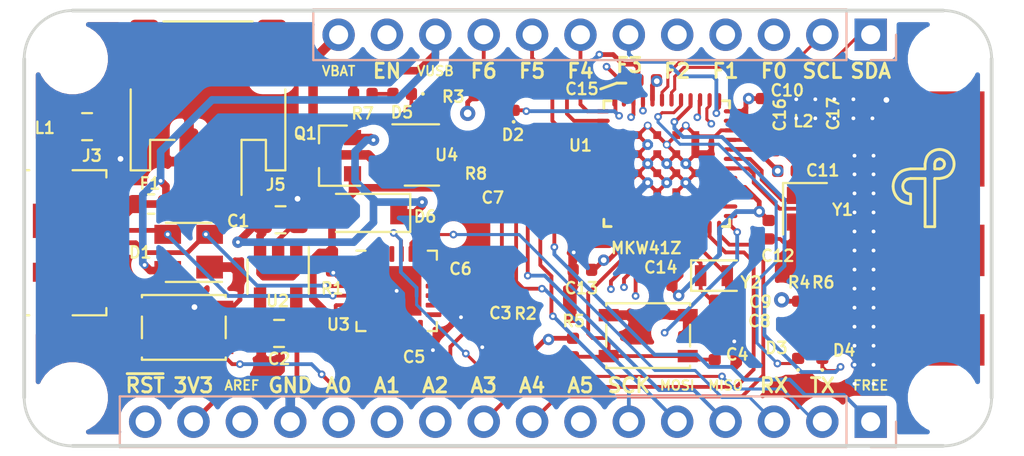
<source format=kicad_pcb>
(kicad_pcb (version 20171130) (host pcbnew 5.1.6-c6e7f7d~87~ubuntu18.04.1)
  (layers (0 F.Cu signal) (1 In1.Cu power) (2 In2.Cu power) (31 B.Cu signal) (34 B.Paste user) (35 F.Paste user) (36 B.SilkS user) (37 F.SilkS user) (38 B.Mask user) (39 F.Mask user) (44 Edge.Cuts user))
  (net 0 "")
  (net 1 /MISO)
  (net 2 /MOSI)
  (net 3 /SCK)
  (net 4 /A5)
  (net 5 /A4)
  (net 6 /A3)
  (net 7 /A2)
  (net 8 /A1)
  (net 9 /A0)
  (net 10 GND)
  (net 11 +3V3)
  (net 12 /SDA)
  (net 13 /SCL)
  (net 14 /F0)
  (net 15 /F1)
  (net 16 /F2)
  (net 17 /F3)
  (net 18 RESET)
  (net 19 BTN)
  (net 20 "Net-(C6-Pad2)")
  (net 21 USB-)
  (net 22 USB+)
  (net 23 "Net-(D2-Pad2)")
  (net 24 LED1)
  (net 25 "Net-(D3-Pad2)")
  (net 26 LED2)
  (net 27 "Net-(D4-Pad2)")
  (net 28 LED3)
  (net 29 /CS)
  (net 30 TX)
  (net 31 RX)
  (net 32 "Net-(J3-Pad6)")
  (net 33 SWD_CLK)
  (net 34 SWD_IO)
  (net 35 ANT)
  (net 36 XTAL0)
  (net 37 EXTAL0)
  (net 38 XTAL_32)
  (net 39 EXTAL_32)
  (net 40 "Net-(U3-Pad5)")
  (net 41 "Net-(D5-Pad2)")
  (net 42 "Net-(D5-Pad1)")
  (net 43 BAT)
  (net 44 "Net-(R8-Pad1)")
  (net 45 VUSB)
  (net 46 "Net-(ANT1-Pad1)")
  (net 47 /debug_power_and_usb/VIN)
  (module Resistor_SMD:R_0402_1005Metric (layer F.Cu) (at 41.56202 38.58768 270)
    (fp_text reference R1 (at 1.40208 -0.01524 180) (layer F.SilkS) (effects (font (size 0.6 0.6) (thickness 0.12))))
    (fp_text value "1K ±5% 1/4W 0402")
    (pad 2 smd roundrect (at 0.485 0 270) (size 0.59 0.64) (layers F.Cu F.Paste F.Mask) (net 10 GND))
    (pad 1 smd roundrect (at -0.485 0 270) (size 0.59 0.64) (layers F.Cu F.Paste F.Mask) (net 45 VUSB))
  )
  (module Package_TO_SOT_SMD:SOT-23 (layer F.Cu) (at 41.64076 33.02 180)
    (fp_text reference Q1 (at 1.47828 1.16332) (layer F.SilkS) (effects (font (size 0.6 0.6) (thickness 0.12))))
    (fp_text value FDN340P)
    (pad 3 smd rect (at 1 0 180) (size 0.9 0.8) (layers F.Cu F.Paste F.Mask) (net 43 BAT))
    (pad 2 smd rect (at -1 0.95 180) (size 0.9 0.8) (layers F.Cu F.Paste F.Mask) (net 47 /debug_power_and_usb/VIN))
    (pad 1 smd rect (at -1 -0.95 180) (size 0.9 0.8) (layers F.Cu F.Paste F.Mask) (net 45 VUSB))
  )
  (module Diode_SMD:D_SOD-123 (layer F.Cu) (at 43.4213 36.02482 180)
    (fp_text reference D6 (at -3.02768 -0.1905) (layer F.SilkS) (effects (font (size 0.6 0.6) (thickness 0.12))))
    (fp_text value MBR0520-TP)
    (pad 2 smd rect (at 1.65 0 180) (size 0.9 1.2) (layers F.Cu F.Paste F.Mask) (net 45 VUSB))
    (pad 1 smd rect (at -1.65 0 180) (size 0.9 1.2) (layers F.Cu F.Paste F.Mask) (net 47 /debug_power_and_usb/VIN))
  )
  (module Inductor_SMD:L_0402_1005Metric (layer F.Cu) (at 66.33972 32.18688)
    (fp_text reference L2 (at -0.02286 -0.9779) (layer F.SilkS) (effects (font (size 0.6 0.6) (thickness 0.12))))
    (fp_text value "5.6nH@500MHz 140mA ±1.78% 0402")
    (pad 2 smd roundrect (at 0.485 0) (size 0.59 0.64) (layers F.Cu F.Paste F.Mask) (net 46 "Net-(ANT1-Pad1)"))
    (pad 1 smd roundrect (at -0.485 0) (size 0.59 0.64) (layers F.Cu F.Paste F.Mask) (net 35 ANT))
  )
  (module Capacitor_SMD:C_0201_0603Metric (layer F.Cu) (at 67.81038 32.50692 270)
    (fp_text reference C17 (at -1.6891 -0.07112 90) (layer F.SilkS) (effects (font (size 0.6 0.6) (thickness 0.12))))
    (fp_text value "CER 0.7pF 50V ±0.1pF C0G 0201")
    (pad 2 smd roundrect (at 0.32 0 270) (size 0.46 0.4) (layers F.Cu F.Mask) (net 10 GND))
    (pad 1 smd roundrect (at -0.32 0 270) (size 0.46 0.4) (layers F.Cu F.Mask) (net 46 "Net-(ANT1-Pad1)"))
  )
  (module Capacitor_SMD:C_0201_0603Metric (layer F.Cu) (at 64.86398 32.50692 270)
    (fp_text reference C16 (at -1.63068 -0.21082 270) (layer F.SilkS) (effects (font (size 0.6 0.6) (thickness 0.12))))
    (fp_text value "CER 0.7pF 50V ±0.1pF C0G 0201")
    (pad 2 smd roundrect (at 0.32 0 270) (size 0.46 0.4) (layers F.Cu F.Mask) (net 10 GND))
    (pad 1 smd roundrect (at -0.32 0 270) (size 0.46 0.4) (layers F.Cu F.Mask) (net 35 ANT))
  )
  (module Resistor_SMD:R_0402_1005Metric (layer F.Cu) (at 54.21884 43.09364 270)
    (fp_text reference R5 (at -1.38684 -0.03556 180) (layer F.SilkS) (effects (font (size 0.6 0.6) (thickness 0.12))))
    (fp_text value "10K ±5% 1/4W 0402")
    (pad 2 smd roundrect (at 0.485 0 270) (size 0.59 0.64) (layers F.Cu F.Paste F.Mask) (net 19 BTN))
    (pad 1 smd roundrect (at -0.485 0 270) (size 0.59 0.64) (layers F.Cu F.Paste F.Mask) (net 11 +3V3))
  )
  (module Resistor_SMD:R_0402_1005Metric (layer F.Cu) (at 51.7398 42.7228 90)
    (fp_text reference R2 (at 1.4097 -0.0127 180) (layer F.SilkS) (effects (font (size 0.6 0.6) (thickness 0.12))))
    (fp_text value "10K ±5% 1/4W 0402")
    (pad 2 smd roundrect (at 0.485 0 90) (size 0.59 0.64) (layers F.Cu F.Paste F.Mask) (net 18 RESET))
    (pad 1 smd roundrect (at -0.485 0 90) (size 0.59 0.64) (layers F.Cu F.Paste F.Mask) (net 11 +3V3))
  )
  (module Capacitor_SMD:C_0402_1005Metric (layer F.Cu) (at 58.1152 29.0576 180)
    (fp_text reference C15 (at 3.429 -0.4572) (layer F.SilkS) (effects (font (size 0.6 0.6) (thickness 0.12))))
    (fp_text value "100nF 25V ±10% X7R 0402")
    (pad 2 smd roundrect (at 0.485 0 180) (size 0.59 0.64) (layers F.Cu F.Paste F.Mask) (net 10 GND))
    (pad 1 smd roundrect (at -0.485 0 180) (size 0.59 0.64) (layers F.Cu F.Paste F.Mask) (net 11 +3V3))
  )
  (module Capacitor_SMD:C_0402_1005Metric (layer F.Cu) (at 58.928 39.8018 180)
    (fp_text reference C14 (at 0.1016 0.9144) (layer F.SilkS) (effects (font (size 0.6 0.6) (thickness 0.12))))
    (fp_text value "100nF 25V ±10% X7R 0402")
    (pad 2 smd roundrect (at 0.485 0 180) (size 0.59 0.64) (layers F.Cu F.Paste F.Mask) (net 10 GND))
    (pad 1 smd roundrect (at -0.485 0 180) (size 0.59 0.64) (layers F.Cu F.Paste F.Mask) (net 11 +3V3))
  )
  (module Capacitor_SMD:C_0402_1005Metric (layer F.Cu) (at 54.7116 39.0144 180)
    (fp_text reference C13 (at 0.0508 -0.9652) (layer F.SilkS) (effects (font (size 0.6 0.6) (thickness 0.12))))
    (fp_text value "100nF 25V ±10% X7R 0402")
    (pad 2 smd roundrect (at 0.485 0 180) (size 0.59 0.64) (layers F.Cu F.Paste F.Mask) (net 10 GND))
    (pad 1 smd roundrect (at -0.485 0 180) (size 0.59 0.64) (layers F.Cu F.Paste F.Mask) (net 11 +3V3))
  )
  (module Capacitor_SMD:C_0402_1005Metric (layer F.Cu) (at 64.4906 36.9062 270)
    (fp_text reference C12 (at 1.3716 -0.4826 180) (layer F.SilkS) (effects (font (size 0.6 0.6) (thickness 0.12))))
    (fp_text value "100nF 25V ±10% X7R 0402")
    (pad 2 smd roundrect (at 0.485 0 270) (size 0.59 0.64) (layers F.Cu F.Paste F.Mask) (net 10 GND))
    (pad 1 smd roundrect (at -0.485 0 270) (size 0.59 0.64) (layers F.Cu F.Paste F.Mask) (net 11 +3V3))
  )
  (module Capacitor_SMD:C_0402_1005Metric (layer F.Cu) (at 65.45326 33.81756)
    (fp_text reference C11 (at 1.8796 -0.0254) (layer F.SilkS) (effects (font (size 0.6 0.6) (thickness 0.12))))
    (fp_text value "100nF 25V ±10% X7R 0402")
    (pad 2 smd roundrect (at 0.485 0) (size 0.59 0.64) (layers F.Cu F.Paste F.Mask) (net 10 GND))
    (pad 1 smd roundrect (at -0.485 0) (size 0.59 0.64) (layers F.Cu F.Paste F.Mask) (net 11 +3V3))
  )
  (module Capacitor_SMD:C_0402_1005Metric (layer F.Cu) (at 64.135 30.5054 270)
    (fp_text reference C10 (at -0.9144 -1.3335 180) (layer F.SilkS) (effects (font (size 0.6 0.6) (thickness 0.12))))
    (fp_text value "100nF 25V ±10% X7R 0402")
    (pad 2 smd roundrect (at 0.485 0 270) (size 0.59 0.64) (layers F.Cu F.Paste F.Mask) (net 10 GND))
    (pad 1 smd roundrect (at -0.485 0 270) (size 0.59 0.64) (layers F.Cu F.Paste F.Mask) (net 11 +3V3))
  )
  (module Package_TO_SOT_SMD:SOT-23-5 (layer F.Cu) (at 46.28388 32.9819)
    (fp_text reference U4 (at 1.2954 0) (layer F.SilkS) (effects (font (size 0.6 0.6) (thickness 0.12))))
    (fp_text value SL4054ST25P)
    (pad 5 smd rect (at 1.1 -0.95) (size 1.06 0.65) (layers F.Cu F.Paste F.Mask) (net 44 "Net-(R8-Pad1)"))
    (pad 4 smd rect (at 1.1 0.95) (size 1.06 0.65) (layers F.Cu F.Paste F.Mask) (net 45 VUSB))
    (pad 3 smd rect (at -1.1 0.95) (size 1.06 0.65) (layers F.Cu F.Paste F.Mask) (net 43 BAT))
    (pad 2 smd rect (at -1.1 0) (size 1.06 0.65) (layers F.Cu F.Paste F.Mask) (net 10 GND))
    (pad 1 smd rect (at -1.1 -0.95) (size 1.06 0.65) (layers F.Cu F.Paste F.Mask) (net 42 "Net-(D5-Pad1)"))
  )
  (module Resistor_SMD:R_0402_1005Metric (layer F.Cu) (at 49.11852 32.51708 270)
    (fp_text reference R8 (at 1.4478 0 180) (layer F.SilkS) (effects (font (size 0.6 0.6) (thickness 0.12))))
    (fp_text value "2KΩ ±5% 1/16W")
    (pad 2 smd roundrect (at 0.485 0 270) (size 0.59 0.64) (layers F.Cu F.Paste F.Mask) (net 10 GND))
    (pad 1 smd roundrect (at -0.485 0 270) (size 0.59 0.64) (layers F.Cu F.Paste F.Mask) (net 44 "Net-(R8-Pad1)"))
  )
  (module Resistor_SMD:R_0402_1005Metric (layer F.Cu) (at 43.18254 29.77388)
    (fp_text reference R7 (at -0.0127 1.03124) (layer F.SilkS) (effects (font (size 0.6 0.6) (thickness 0.12))))
    (fp_text value "330Ω ±5% 1/16W")
    (pad 2 smd roundrect (at 0.485 0) (size 0.59 0.64) (layers F.Cu F.Paste F.Mask) (net 41 "Net-(D5-Pad2)"))
    (pad 1 smd roundrect (at -0.485 0) (size 0.59 0.64) (layers F.Cu F.Paste F.Mask) (net 45 VUSB))
  )
  (module LED_SMD:LED_0402_1005Metric (layer F.Cu) (at 45.24756 29.77388 180)
    (fp_text reference D5 (at 0.0127 -0.97028) (layer F.SilkS) (effects (font (size 0.6 0.6) (thickness 0.12))))
    (fp_text value "LED Red 620nm@25mA")
    (pad 2 smd roundrect (at 0.485 0 180) (size 0.59 0.64) (layers F.Cu F.Paste F.Mask) (net 41 "Net-(D5-Pad2)"))
    (pad 1 smd roundrect (at -0.485 0 180) (size 0.59 0.64) (layers F.Cu F.Paste F.Mask) (net 42 "Net-(D5-Pad1)"))
  )
  (module Capacitor_SMD:C_0402_1005Metric (layer F.Cu) (at 62.9158 41.148 90)
    (fp_text reference C9 (at 0.4572 1.143 180) (layer F.SilkS) (effects (font (size 0.6 0.6) (thickness 0.12))))
    (fp_text value DNP)
    (pad 2 smd roundrect (at 0.485 0 90) (size 0.59 0.64) (layers F.Cu F.Paste F.Mask) (net 38 XTAL_32))
    (pad 1 smd roundrect (at -0.485 0 90) (size 0.59 0.64) (layers F.Cu F.Paste F.Mask) (net 10 GND))
  )
  (module Capacitor_SMD:C_0402_1005Metric (layer F.Cu) (at 61.6712 41.0972 90)
    (fp_text reference C8 (at -0.6096 2.3368 180) (layer F.SilkS) (effects (font (size 0.6 0.6) (thickness 0.12))))
    (fp_text value DNP)
    (pad 2 smd roundrect (at 0.485 0 90) (size 0.59 0.64) (layers F.Cu F.Paste F.Mask) (net 39 EXTAL_32))
    (pad 1 smd roundrect (at -0.485 0 90) (size 0.59 0.64) (layers F.Cu F.Paste F.Mask) (net 10 GND))
  )
  (module Capacitor_SMD:C_0402_1005Metric (layer F.Cu) (at 48.45304 35.30092)
    (fp_text reference C7 (at 1.5518 -0.0762) (layer F.SilkS) (effects (font (size 0.6 0.6) (thickness 0.12))))
    (fp_text value 2.2uF)
    (pad 2 smd roundrect (at 0.485 0) (size 0.59 0.64) (layers F.Cu F.Paste F.Mask) (net 10 GND))
    (pad 1 smd roundrect (at -0.485 0) (size 0.59 0.64) (layers F.Cu F.Paste F.Mask) (net 45 VUSB))
  )
  (module Crystal:Crystal_SMD_2016-4Pin_2.0x1.6mm (layer F.Cu) (at 66.39814 35.80638 270)
    (fp_text reference Y1 (at 0.0508 -1.9812 180) (layer F.SilkS) (effects (font (size 0.6 0.6) (thickness 0.12))))
    (fp_text value "32Mhz ±10ppm 12pF")
    (pad 4 smd rect (at -0.7 -0.55 270) (size 0.9 0.8) (layers F.Cu F.Paste F.Mask) (net 10 GND))
    (pad 3 smd rect (at 0.7 -0.55 270) (size 0.9 0.8) (layers F.Cu F.Paste F.Mask) (net 37 EXTAL0))
    (pad 2 smd rect (at 0.7 0.55 270) (size 0.9 0.8) (layers F.Cu F.Paste F.Mask) (net 10 GND))
    (pad 1 smd rect (at -0.7 0.55 270) (size 0.9 0.8) (layers F.Cu F.Paste F.Mask) (net 36 XTAL0))
  )
  (module mk41z512vht4:MKW41Z512VHT4_A (layer F.Cu) (at 59.14136 33.4391)
    (fp_text reference U1 (at -4.5324 -0.9579) (layer F.SilkS) (effects (font (size 0.6 0.6) (thickness 0.12))))
    (fp_text value MKW41Z512VHT4)
    (pad 64 thru_hole circle (at -1 -2) (size 0.41 0.41) (drill 0.25) (layers *.Cu *.Mask) (net 10 GND))
    (pad 64 thru_hole circle (at 1 1) (size 0.41 0.41) (drill 0.25) (layers *.Cu *.Mask) (net 10 GND))
    (pad 64 thru_hole circle (at 0 1) (size 0.41 0.41) (drill 0.25) (layers *.Cu *.Mask) (net 10 GND))
    (pad 64 thru_hole circle (at -1 1) (size 0.41 0.41) (drill 0.25) (layers *.Cu *.Mask) (net 10 GND))
    (pad 64 thru_hole circle (at 1 0) (size 0.41 0.41) (drill 0.25) (layers *.Cu *.Mask) (net 10 GND))
    (pad 64 thru_hole circle (at 0 0) (size 0.41 0.41) (drill 0.25) (layers *.Cu *.Mask) (net 10 GND))
    (pad 64 thru_hole circle (at -1 0) (size 0.41 0.41) (drill 0.25) (layers *.Cu *.Mask) (net 10 GND))
    (pad 64 thru_hole circle (at 1 -2) (size 0.41 0.41) (drill 0.25) (layers *.Cu *.Mask) (net 10 GND))
    (pad 64 thru_hole circle (at 0 -1) (size 0.41 0.41) (drill 0.25) (layers *.Cu *.Mask) (net 10 GND))
    (pad 64 thru_hole circle (at -1 -1) (size 0.41 0.41) (drill 0.25) (layers *.Cu *.Mask) (net 10 GND))
    (pad 64 smd rect (at 1.5 -1.5) (size 0.41 0.41) (layers F.Cu F.Paste F.Mask) (net 10 GND))
    (pad 63 smd rect (at 0.5 -1.5) (size 0.41 0.41) (layers F.Cu F.Paste F.Mask) (net 10 GND))
    (pad 62 smd rect (at -0.5 -1.5) (size 0.41 0.41) (layers F.Cu F.Paste F.Mask) (net 10 GND))
    (pad 61 smd rect (at -1.5 -1.5) (size 0.41 0.41) (layers F.Cu F.Paste F.Mask) (net 10 GND))
    (pad 60 smd rect (at 1.5 -0.5) (size 0.41 0.41) (layers F.Cu F.Paste F.Mask) (net 10 GND))
    (pad 59 smd rect (at 0.5 -0.5) (size 0.41 0.41) (layers F.Cu F.Paste F.Mask) (net 10 GND))
    (pad 58 smd rect (at -0.5 -0.5) (size 0.41 0.41) (layers F.Cu F.Paste F.Mask) (net 10 GND))
    (pad 57 smd rect (at -1.5 -0.5) (size 0.41 0.41) (layers F.Cu F.Paste F.Mask) (net 10 GND))
    (pad 56 smd rect (at 1.5 0.5) (size 0.41 0.41) (layers F.Cu F.Paste F.Mask) (net 10 GND))
    (pad 55 smd rect (at 0.5 0.5) (size 0.41 0.41) (layers F.Cu F.Paste F.Mask) (net 10 GND))
    (pad 54 smd rect (at -0.5 0.5) (size 0.41 0.41) (layers F.Cu F.Paste F.Mask) (net 10 GND))
    (pad 53 smd rect (at -1.5 0.5) (size 0.41 0.41) (layers F.Cu F.Paste F.Mask) (net 10 GND))
    (pad 52 smd rect (at 1.5 1.5) (size 0.41 0.41) (layers F.Cu F.Paste F.Mask) (net 10 GND))
    (pad 51 smd rect (at 0.5 1.5) (size 0.41 0.41) (layers F.Cu F.Paste F.Mask) (net 10 GND))
    (pad 50 smd rect (at -0.5 1.5) (size 0.41 0.41) (layers F.Cu F.Paste F.Mask) (net 10 GND))
    (pad 49 smd rect (at -1.5 1.5) (size 0.41 0.41) (layers F.Cu F.Paste F.Mask) (net 10 GND))
    (pad 48 smd oval (at -2.75 -3.35) (size 0.22 0.71) (layers F.Cu F.Paste F.Mask) (net 24 LED1))
    (pad 47 smd oval (at -2.25 -3.35) (size 0.22 0.71) (layers F.Cu F.Paste F.Mask) (net 16 /F2))
    (pad 46 smd oval (at -1.75 -3.35) (size 0.22 0.71) (layers F.Cu F.Paste F.Mask) (net 15 /F1))
    (pad 45 smd oval (at -1.25 -3.35) (size 0.22 0.71) (layers F.Cu F.Paste F.Mask) (net 14 /F0))
    (pad 44 smd oval (at -0.75 -3.35) (size 0.22 0.71) (layers F.Cu F.Paste F.Mask) (net 11 +3V3))
    (pad 43 smd oval (at -0.25 -3.35) (size 0.22 0.71) (layers F.Cu F.Paste F.Mask) (net 12 /SDA))
    (pad 42 smd oval (at 0.25 -3.35) (size 0.22 0.71) (layers F.Cu F.Paste F.Mask) (net 13 /SCL))
    (pad 41 smd oval (at 0.75 -3.35) (size 0.22 0.71) (layers F.Cu F.Paste F.Mask) (net 26 LED2))
    (pad 40 smd oval (at 1.25 -3.35) (size 0.22 0.71) (layers F.Cu F.Paste F.Mask) (net 28 LED3))
    (pad 39 smd oval (at 1.75 -3.35) (size 0.22 0.71) (layers F.Cu F.Paste F.Mask) (net 30 TX))
    (pad 38 smd oval (at 2.25 -3.35) (size 0.22 0.71) (layers F.Cu F.Paste F.Mask) (net 31 RX))
    (pad 37 smd oval (at 2.75 -3.35) (size 0.22 0.71) (layers F.Cu F.Paste F.Mask) (net 17 /F3))
    (pad 36 smd oval (at 3.35 -2.75) (size 0.71 0.22) (layers F.Cu F.Paste F.Mask) (net 11 +3V3))
    (pad 35 smd oval (at 3.35 -2.25) (size 0.71 0.22) (layers F.Cu F.Paste F.Mask) (net 11 +3V3))
    (pad 34 smd oval (at 3.35 -1.75) (size 0.71 0.22) (layers F.Cu F.Paste F.Mask) (net 10 GND))
    (pad 33 smd oval (at 3.35 -1.25) (size 0.71 0.22) (layers F.Cu F.Paste F.Mask) (net 35 ANT))
    (pad 32 smd oval (at 3.35 -0.75) (size 0.71 0.22) (layers F.Cu F.Paste F.Mask) (net 11 +3V3))
    (pad 31 smd oval (at 3.35 -0.25) (size 0.71 0.22) (layers F.Cu F.Paste F.Mask) (net 36 XTAL0))
    (pad 30 smd oval (at 3.35 0.25) (size 0.71 0.22) (layers F.Cu F.Paste F.Mask) (net 37 EXTAL0))
    (pad 29 smd oval (at 3.35 0.75) (size 0.71 0.22) (layers F.Cu F.Paste F.Mask))
    (pad 28 smd oval (at 3.35 1.25) (size 0.71 0.22) (layers F.Cu F.Paste F.Mask) (net 11 +3V3))
    (pad 27 smd oval (at 3.35 1.75) (size 0.71 0.22) (layers F.Cu F.Paste F.Mask) (net 11 +3V3))
    (pad 26 smd oval (at 3.35 2.25) (size 0.71 0.22) (layers F.Cu F.Paste F.Mask) (net 10 GND))
    (pad 24 smd oval (at 2.75 3.35) (size 0.22 0.71) (layers F.Cu F.Paste F.Mask) (net 5 /A4))
    (pad 23 smd oval (at 2.25 3.35) (size 0.22 0.71) (layers F.Cu F.Paste F.Mask) (net 6 /A3))
    (pad 22 smd oval (at 1.75 3.35) (size 0.22 0.71) (layers F.Cu F.Paste F.Mask) (net 38 XTAL_32))
    (pad 21 smd oval (at 1.25 3.35) (size 0.22 0.71) (layers F.Cu F.Paste F.Mask) (net 39 EXTAL_32))
    (pad 20 smd oval (at 0.75 3.35) (size 0.22 0.71) (layers F.Cu F.Paste F.Mask) (net 11 +3V3))
    (pad 19 smd oval (at 0.25 3.35) (size 0.22 0.71) (layers F.Cu F.Paste F.Mask) (net 7 /A2))
    (pad 18 smd oval (at -0.25 3.35) (size 0.22 0.71) (layers F.Cu F.Paste F.Mask) (net 8 /A1))
    (pad 17 smd oval (at -0.75 3.35) (size 0.22 0.71) (layers F.Cu F.Paste F.Mask) (net 9 /A0))
    (pad 16 smd oval (at -1.25 3.35) (size 0.22 0.71) (layers F.Cu F.Paste F.Mask) (net 19 BTN))
    (pad 15 smd oval (at -1.75 3.35) (size 0.22 0.71) (layers F.Cu F.Paste F.Mask) (net 11 +3V3))
    (pad 14 smd oval (at -2.25 3.35) (size 0.22 0.71) (layers F.Cu F.Paste F.Mask) (net 11 +3V3))
    (pad 25 smd oval (at 3.35 2.75) (size 0.71 0.22) (layers F.Cu F.Paste F.Mask) (net 4 /A5))
    (pad 13 smd oval (at -2.75 3.35) (size 0.22 0.71) (layers F.Cu F.Paste F.Mask) (net 10 GND))
    (pad 12 smd oval (at -3.35 2.75) (size 0.71 0.22) (layers F.Cu F.Paste F.Mask))
    (pad 11 smd oval (at -3.35 2.25) (size 0.71 0.22) (layers F.Cu F.Paste F.Mask))
    (pad 10 smd oval (at -3.35 1.75) (size 0.71 0.22) (layers F.Cu F.Paste F.Mask))
    (pad 9 smd oval (at -3.35 1.25) (size 0.71 0.22) (layers F.Cu F.Paste F.Mask))
    (pad 8 smd oval (at -3.35 0.75) (size 0.71 0.22) (layers F.Cu F.Paste F.Mask) (net 10 GND))
    (pad 7 smd oval (at -3.35 0.25) (size 0.71 0.22) (layers F.Cu F.Paste F.Mask) (net 29 /CS))
    (pad 6 smd oval (at -3.35 -0.25) (size 0.71 0.22) (layers F.Cu F.Paste F.Mask) (net 3 /SCK))
    (pad 5 smd oval (at -3.35 -0.75) (size 0.71 0.22) (layers F.Cu F.Paste F.Mask) (net 1 /MISO))
    (pad 4 smd oval (at -3.35 -1.25) (size 0.71 0.22) (layers F.Cu F.Paste F.Mask) (net 2 /MOSI))
    (pad 3 smd oval (at -3.35 -1.75) (size 0.71 0.22) (layers F.Cu F.Paste F.Mask) (net 18 RESET))
    (pad 2 smd oval (at -3.35 -2.25) (size 0.71 0.22) (layers F.Cu F.Paste F.Mask) (net 33 SWD_CLK))
    (pad 1 smd oval (at -3.35 -2.75) (size 0.71 0.22) (layers F.Cu F.Paste F.Mask) (net 34 SWD_IO))
  )
  (module RF_Antenna:Texas_SWRA117D_2.4GHz_Right (layer F.Cu) (at 70.6755 32.1945 270)
    (fp_text reference ANT1 hide)
    (fp_text value MEANDER_ANT_HORZ)
    (fp_poly (pts (xy 2.45 -2.51) (xy 4.45 -2.51) (xy 4.45 -5.15) (xy 7.15 -5.15) (xy 7.15 -2.51) (xy 9.15 -2.51) (xy 9.15 -5.15) (xy 11.85 -5.15) (xy 11.85 -0.71) (xy 11.35 -0.71) (xy 11.35 -4.65) (xy 9.65 -4.65) (xy 9.65 -2.01) (xy 6.65 -2.01) (xy 6.65 -4.65) (xy 4.95 -4.65) (xy 4.95 -2.01) (xy 1.95 -2.01) (xy 1.95 -4.65) (xy 0.25 -4.65) (xy 0.25 0.25) (xy -0.25 0.25) (xy -0.25 -4.65) (xy -1.65 -4.65) (xy -1.65 0.25) (xy -2.55 0.25) (xy -2.55 0.006785) (xy -2.247583 0.006785) (xy -2.237742 0.054395) (xy -2.213674 0.096797) (xy -2.175731 0.129581) (xy -2.167819 0.133935) (xy -2.125156 0.146043) (xy -2.076637 0.1453) (xy -2.031122 0.1324) (xy -2.012511 0.121787) (xy -1.978868 0.086553) (xy -1.958309 0.041368) (xy -1.951778 -0.008158) (xy -1.960218 -0.056417) (xy -1.977112 -0.088643) (xy -2.012372 -0.121313) (xy -2.057682 -0.141408) (xy -2.107267 -0.147982) (xy -2.155353 -0.140092) (xy -2.188245 -0.123186) (xy -2.223185 -0.086416) (xy -2.242847 -0.041622) (xy -2.247583 0.006785) (xy -2.55 0.006785) (xy -2.55 -5.15) (xy 2.45 -5.15) (xy 2.45 -2.51)) (layer F.Cu) (width 0))
    (pad 1 connect rect (at 0 0 270) (size 0.5 0.5) (layers F.Cu) (net 46 "Net-(ANT1-Pad1)"))
    (pad 2 thru_hole rect (at -2.1 0 270) (size 0.9 0.5) (drill 0.3) (layers *.Cu) (net 10 GND))
  )
  (module Connector_JST:JST_PH_S2B-PH-SM4-TB_1x02-1MP_P2.00mm_Horizontal (layer F.Cu) (at 35.052 30.48 180)
    (fp_text reference J5 (at -3.556 -4.064) (layer F.SilkS) (effects (font (size 0.6 0.6) (thickness 0.12))))
    (fp_text value LiPo)
    (pad MP smd roundrect (at 3.35 2.9 180) (size 1.5 3.4) (layers F.Cu F.Paste F.Mask) (roundrect_rratio 0.166667))
    (pad MP smd roundrect (at -3.35 2.9 180) (size 1.5 3.4) (layers F.Cu F.Paste F.Mask) (roundrect_rratio 0.166667))
    (pad 2 smd roundrect (at 1 -2.85 180) (size 1 3.5) (layers F.Cu F.Paste F.Mask) (net 10 GND))
    (pad 1 smd roundrect (at -1 -2.85 180) (size 1 3.5) (layers F.Cu F.Paste F.Mask) (net 43 BAT))
  )
  (module Crystal:Crystal_SMD_2012-2Pin_2.0x1.2mm (layer F.Cu) (at 61.6204 39.3192)
    (fp_text reference Y2 (at 1.9431 0.3556) (layer F.SilkS) (effects (font (size 0.6 0.6) (thickness 0.12))))
    (fp_text value "32.768KHz ±20ppm 7pF")
    (pad 2 smd rect (at 0.7 0) (size 0.6 1.1) (layers F.Cu F.Paste F.Mask) (net 38 XTAL_32))
    (pad 1 smd rect (at -0.7 0) (size 0.6 1.1) (layers F.Cu F.Paste F.Mask) (net 39 EXTAL_32))
  )
  (module Package_DFN_QFN:QFN-24-1EP_4x4mm_P0.5mm_EP2.6x2.6mm (layer F.Cu) (at 44.958 40.1193)
    (fp_text reference U3 (at -3.05816 1.7653) (layer F.SilkS) (effects (font (size 0.6 0.6) (thickness 0.12))))
    (fp_text value CP2104)
    (pad 25 smd rect (at 0 0) (size 2.6 2.6) (layers F.Cu F.Mask) (net 10 GND))
    (pad 24 smd roundrect (at -1.25 -1.9375) (size 0.25 0.825) (layers F.Cu F.Paste F.Mask))
    (pad 23 smd roundrect (at -0.75 -1.9375) (size 0.25 0.825) (layers F.Cu F.Paste F.Mask))
    (pad 22 smd roundrect (at -0.25 -1.9375) (size 0.25 0.825) (layers F.Cu F.Paste F.Mask))
    (pad 21 smd roundrect (at 0.25 -1.9375) (size 0.25 0.825) (layers F.Cu F.Paste F.Mask) (net 30 TX))
    (pad 20 smd roundrect (at 0.75 -1.9375) (size 0.25 0.825) (layers F.Cu F.Paste F.Mask) (net 31 RX))
    (pad 19 smd roundrect (at 1.25 -1.9375) (size 0.25 0.825) (layers F.Cu F.Paste F.Mask))
    (pad 18 smd roundrect (at 1.9375 -1.25) (size 0.825 0.25) (layers F.Cu F.Paste F.Mask))
    (pad 17 smd roundrect (at 1.9375 -0.75) (size 0.825 0.25) (layers F.Cu F.Paste F.Mask))
    (pad 16 smd roundrect (at 1.9375 -0.25) (size 0.825 0.25) (layers F.Cu F.Paste F.Mask) (net 20 "Net-(C6-Pad2)"))
    (pad 15 smd roundrect (at 1.9375 0.25) (size 0.825 0.25) (layers F.Cu F.Paste F.Mask))
    (pad 14 smd roundrect (at 1.9375 0.75) (size 0.825 0.25) (layers F.Cu F.Paste F.Mask))
    (pad 13 smd roundrect (at 1.9375 1.25) (size 0.825 0.25) (layers F.Cu F.Paste F.Mask))
    (pad 12 smd roundrect (at 1.25 1.9375) (size 0.25 0.825) (layers F.Cu F.Paste F.Mask))
    (pad 11 smd roundrect (at 0.75 1.9375) (size 0.25 0.825) (layers F.Cu F.Paste F.Mask))
    (pad 10 smd roundrect (at 0.25 1.9375) (size 0.25 0.825) (layers F.Cu F.Paste F.Mask))
    (pad 9 smd roundrect (at -0.25 1.9375) (size 0.25 0.825) (layers F.Cu F.Paste F.Mask))
    (pad 8 smd roundrect (at -0.75 1.9375) (size 0.25 0.825) (layers F.Cu F.Paste F.Mask) (net 45 VUSB))
    (pad 7 smd roundrect (at -1.25 1.9375) (size 0.25 0.825) (layers F.Cu F.Paste F.Mask) (net 45 VUSB))
    (pad 6 smd roundrect (at -1.9375 1.25) (size 0.825 0.25) (layers F.Cu F.Paste F.Mask) (net 40 "Net-(U3-Pad5)"))
    (pad 5 smd roundrect (at -1.9375 0.75) (size 0.825 0.25) (layers F.Cu F.Paste F.Mask) (net 40 "Net-(U3-Pad5)"))
    (pad 4 smd roundrect (at -1.9375 0.25) (size 0.825 0.25) (layers F.Cu F.Paste F.Mask) (net 21 USB-))
    (pad 3 smd roundrect (at -1.9375 -0.25) (size 0.825 0.25) (layers F.Cu F.Paste F.Mask) (net 22 USB+))
    (pad 2 smd roundrect (at -1.9375 -0.75) (size 0.825 0.25) (layers F.Cu F.Paste F.Mask) (net 10 GND))
    (pad 1 smd roundrect (at -1.9375 -1.25) (size 0.825 0.25) (layers F.Cu F.Paste F.Mask))
  )
  (module Package_TO_SOT_SMD:SOT-23-5 (layer F.Cu) (at 38.735 39.37 270)
    (fp_text reference U2 (at 1.27762 0.02794 180) (layer F.SilkS) (effects (font (size 0.6 0.6) (thickness 0.12))))
    (fp_text value XC6220B331MR)
    (pad 5 smd rect (at 1.1 -0.95 270) (size 1.06 0.65) (layers F.Cu F.Paste F.Mask) (net 11 +3V3))
    (pad 4 smd rect (at 1.1 0.95 270) (size 1.06 0.65) (layers F.Cu F.Paste F.Mask))
    (pad 3 smd rect (at -1.1 0.95 270) (size 1.06 0.65) (layers F.Cu F.Paste F.Mask) (net 47 /debug_power_and_usb/VIN))
    (pad 2 smd rect (at -1.1 0 270) (size 1.06 0.65) (layers F.Cu F.Paste F.Mask) (net 10 GND))
    (pad 1 smd rect (at -1.1 -0.95 270) (size 1.06 0.65) (layers F.Cu F.Paste F.Mask) (net 47 /debug_power_and_usb/VIN))
  )
  (module Button_Switch_SMD:SW_SPST_PTS810 (layer F.Cu) (at 58.166 42.4688)
    (fp_text reference SW2 hide)
    (fp_text value PTS810)
    (pad 2 smd rect (at 2.075 1.075) (size 1.05 0.65) (layers F.Cu F.Paste F.Mask) (net 19 BTN))
    (pad 2 smd rect (at -2.075 1.075) (size 1.05 0.65) (layers F.Cu F.Paste F.Mask) (net 19 BTN))
    (pad 1 smd rect (at 2.075 -1.075) (size 1.05 0.65) (layers F.Cu F.Paste F.Mask) (net 10 GND))
    (pad 1 smd rect (at -2.075 -1.075) (size 1.05 0.65) (layers F.Cu F.Paste F.Mask) (net 10 GND))
  )
  (module Button_Switch_SMD:SW_SPST_PTS810 (layer F.Cu) (at 33.782 42.037)
    (fp_text reference SW1 hide)
    (fp_text value PTS810)
    (pad 2 smd rect (at 2.075 1.075) (size 1.05 0.65) (layers F.Cu F.Paste F.Mask) (net 18 RESET))
    (pad 2 smd rect (at -2.075 1.075) (size 1.05 0.65) (layers F.Cu F.Paste F.Mask) (net 18 RESET))
    (pad 1 smd rect (at 2.075 -1.075) (size 1.05 0.65) (layers F.Cu F.Paste F.Mask) (net 10 GND))
    (pad 1 smd rect (at -2.075 -1.075) (size 1.05 0.65) (layers F.Cu F.Paste F.Mask) (net 10 GND))
  )
  (module Resistor_SMD:R_0402_1005Metric (layer F.Cu) (at 67.31 41.148 270)
    (fp_text reference R6 (at -1.4732 -0.0508 180) (layer F.SilkS) (effects (font (size 0.6 0.6) (thickness 0.12))))
    (fp_text value "330Ω ±5% 1/16W")
    (pad 2 smd roundrect (at 0.485 0 270) (size 0.59 0.64) (layers F.Cu F.Paste F.Mask) (net 27 "Net-(D4-Pad2)"))
    (pad 1 smd roundrect (at -0.485 0 270) (size 0.59 0.64) (layers F.Cu F.Paste F.Mask) (net 11 +3V3))
  )
  (module Resistor_SMD:R_0402_1005Metric (layer F.Cu) (at 66.04 41.148 270)
    (fp_text reference R4 (at -1.4732 -0.0508 180) (layer F.SilkS) (effects (font (size 0.6 0.6) (thickness 0.12))))
    (fp_text value "330Ω ±5% 1/16W")
    (pad 2 smd roundrect (at 0.485 0 270) (size 0.59 0.64) (layers F.Cu F.Paste F.Mask) (net 25 "Net-(D3-Pad2)"))
    (pad 1 smd roundrect (at -0.485 0 270) (size 0.59 0.64) (layers F.Cu F.Paste F.Mask) (net 11 +3V3))
  )
  (module Resistor_SMD:R_0402_1005Metric (layer F.Cu) (at 49.51984 29.84246)
    (fp_text reference R3 (at -1.59004 0.07874) (layer F.SilkS) (effects (font (size 0.6 0.6) (thickness 0.12))))
    (fp_text value "330Ω ±5% 1/16W")
    (pad 2 smd roundrect (at 0.485 0) (size 0.59 0.64) (layers F.Cu F.Paste F.Mask) (net 23 "Net-(D2-Pad2)"))
    (pad 1 smd roundrect (at -0.485 0) (size 0.59 0.64) (layers F.Cu F.Paste F.Mask) (net 11 +3V3))
  )
  (module Inductor_SMD:L_0805_2012Metric (layer F.Cu) (at 28.702 31.496)
    (fp_text reference L1 (at -2.2225 0.0635) (layer F.SilkS) (effects (font (size 0.6 0.6) (thickness 0.12))))
    (fp_text value bead)
    (pad 2 smd roundrect (at 0.9375 0) (size 0.975 1.4) (layers F.Cu F.Paste F.Mask) (net 10 GND))
    (pad 1 smd roundrect (at -0.9375 0) (size 0.975 1.4) (layers F.Cu F.Paste F.Mask) (net 32 "Net-(J3-Pad6)"))
  )
  (module Connector_USB:USB_Micro-B_Molex_47346-0001 (layer F.Cu) (at 28.004 37.592 270)
    (fp_text reference J3 (at -4.572 -0.952) (layer F.SilkS) (effects (font (size 0.6 0.6) (thickness 0.12))))
    (fp_text value USB_B_Micro)
    (pad 6 smd rect (at 1.55 1.2 270) (size 1 1.9) (layers F.Cu F.Paste F.Mask) (net 32 "Net-(J3-Pad6)"))
    (pad 6 smd rect (at -1.15 1.2 270) (size 1.8 1.9) (layers F.Cu F.Paste F.Mask) (net 32 "Net-(J3-Pad6)"))
    (pad 6 smd rect (at 3.375 1.2 270) (size 1.65 1.3) (layers F.Cu F.Paste F.Mask) (net 32 "Net-(J3-Pad6)"))
    (pad 6 smd rect (at -3.375 1.2 270) (size 1.65 1.3) (layers F.Cu F.Paste F.Mask) (net 32 "Net-(J3-Pad6)"))
    (pad 6 smd rect (at 2.4875 -1.375 270) (size 1.425 1.55) (layers F.Cu F.Paste F.Mask) (net 32 "Net-(J3-Pad6)"))
    (pad 6 smd rect (at -2.4875 -1.375 270) (size 1.425 1.55) (layers F.Cu F.Paste F.Mask) (net 32 "Net-(J3-Pad6)"))
    (pad 5 smd rect (at 1.3 -1.46 270) (size 0.45 1.38) (layers F.Cu F.Paste F.Mask) (net 10 GND))
    (pad 4 smd rect (at 0.65 -1.46 270) (size 0.45 1.38) (layers F.Cu F.Paste F.Mask))
    (pad 3 smd rect (at 0 -1.46 270) (size 0.45 1.38) (layers F.Cu F.Paste F.Mask) (net 22 USB+))
    (pad 2 smd rect (at -0.65 -1.46 270) (size 0.45 1.38) (layers F.Cu F.Paste F.Mask) (net 21 USB-))
    (pad 1 smd rect (at -1.3 -1.46 270) (size 0.45 1.38) (layers F.Cu F.Paste F.Mask) (net 45 VUSB))
  )
  (module Fuse:Fuse_0603_1608Metric (layer F.Cu) (at 32.0675 35.56)
    (fp_text reference F1 (at -0.0635 -1.0795) (layer F.SilkS) (effects (font (size 0.6 0.6) (thickness 0.12))))
    (fp_text value Fuse_Small)
    (pad 2 smd roundrect (at 0.7875 0) (size 0.875 0.95) (layers F.Cu F.Paste F.Mask) (net 45 VUSB))
    (pad 1 smd roundrect (at -0.7875 0) (size 0.875 0.95) (layers F.Cu F.Paste F.Mask) (net 45 VUSB))
  )
  (module LED_SMD:LED_0402_1005Metric (layer F.Cu) (at 67.31 43.18 90)
    (fp_text reference D4 (at -0.0635 1.143) (layer F.SilkS) (effects (font (size 0.6 0.6) (thickness 0.12))))
    (fp_text value "RED Green 520nm@5mA")
    (pad 2 smd roundrect (at 0.485 0 90) (size 0.59 0.64) (layers F.Cu F.Paste F.Mask) (net 27 "Net-(D4-Pad2)"))
    (pad 1 smd roundrect (at -0.485 0 90) (size 0.59 0.64) (layers F.Cu F.Paste F.Mask) (net 28 LED3))
  )
  (module LED_SMD:LED_0402_1005Metric (layer F.Cu) (at 66.04 43.18 90)
    (fp_text reference D3 (at 0.0635 -1.143 180) (layer F.SilkS) (effects (font (size 0.6 0.6) (thickness 0.12))))
    (fp_text value "LED Blue 470nm 20mA")
    (pad 2 smd roundrect (at 0.485 0 90) (size 0.59 0.64) (layers F.Cu F.Paste F.Mask) (net 25 "Net-(D3-Pad2)"))
    (pad 1 smd roundrect (at -0.485 0 90) (size 0.59 0.64) (layers F.Cu F.Paste F.Mask) (net 26 LED2))
  )
  (module LED_SMD:LED_0402_1005Metric (layer F.Cu) (at 51.09972 30.15234 90)
    (fp_text reference D2 (at -1.77292 -0.03556 180) (layer F.SilkS) (effects (font (size 0.6 0.6) (thickness 0.12))))
    (fp_text value "LED Red 620nm@25mA")
    (pad 2 smd roundrect (at 0.485 0 90) (size 0.59 0.64) (layers F.Cu F.Paste F.Mask) (net 23 "Net-(D2-Pad2)"))
    (pad 1 smd roundrect (at -0.485 0 90) (size 0.59 0.64) (layers F.Cu F.Paste F.Mask) (net 24 LED1))
  )
  (module Package_TO_SOT_SMD:SOT-143 (layer F.Cu) (at 34.036 38.1 180)
    (fp_text reference D1 (at 2.54 0) (layer F.SilkS) (effects (font (size 0.6 0.6) (thickness 0.12))))
    (fp_text value SP0503BAHT)
    (pad 4 smd rect (at 1.1 -0.95 90) (size 1 1.4) (layers F.Cu F.Paste F.Mask) (net 45 VUSB))
    (pad 3 smd rect (at 1.1 0.95 90) (size 1 1.4) (layers F.Cu F.Paste F.Mask) (net 21 USB-))
    (pad 2 smd rect (at -1.1 0.95 90) (size 1 1.4) (layers F.Cu F.Paste F.Mask) (net 22 USB+))
    (pad 1 smd rect (at -1.1 -0.77 90) (size 1.2 1.4) (layers F.Cu F.Paste F.Mask) (net 10 GND))
  )
  (module Capacitor_SMD:C_0402_1005Metric (layer F.Cu) (at 48.387 40.3733 90)
    (fp_text reference C6 (at 1.4097 -0.0762 180) (layer F.SilkS) (effects (font (size 0.6 0.6) (thickness 0.12))))
    (fp_text value 4.7uF)
    (pad 2 smd roundrect (at 0.485 0 90) (size 0.59 0.64) (layers F.Cu F.Paste F.Mask) (net 20 "Net-(C6-Pad2)"))
    (pad 1 smd roundrect (at -0.485 0 90) (size 0.59 0.64) (layers F.Cu F.Paste F.Mask) (net 10 GND))
  )
  (module Capacitor_SMD:C_0402_1005Metric (layer F.Cu) (at 44.2976 43.4848 180)
    (fp_text reference C5 (at -1.5748 -0.1016) (layer F.SilkS) (effects (font (size 0.6 0.6) (thickness 0.12))))
    (fp_text value 100nF)
    (pad 2 smd roundrect (at 0.485 0 180) (size 0.59 0.64) (layers F.Cu F.Paste F.Mask) (net 45 VUSB))
    (pad 1 smd roundrect (at -0.485 0 180) (size 0.59 0.64) (layers F.Cu F.Paste F.Mask) (net 10 GND))
  )
  (module Capacitor_SMD:C_0402_1005Metric (layer F.Cu) (at 61.6585 43.2435 90)
    (fp_text reference C4 (at -0.2159 1.1811 180) (layer F.SilkS) (effects (font (size 0.6 0.6) (thickness 0.12))))
    (fp_text value 100nF)
    (pad 2 smd roundrect (at 0.485 0 90) (size 0.59 0.64) (layers F.Cu F.Paste F.Mask) (net 10 GND))
    (pad 1 smd roundrect (at -0.485 0 90) (size 0.59 0.64) (layers F.Cu F.Paste F.Mask) (net 19 BTN))
  )
  (module Capacitor_SMD:C_0402_1005Metric (layer F.Cu) (at 50.419 42.7228 270)
    (fp_text reference C3 (at -1.4351 0.0127 180) (layer F.SilkS) (effects (font (size 0.6 0.6) (thickness 0.12))))
    (fp_text value 100nF)
    (pad 2 smd roundrect (at 0.485 0 270) (size 0.59 0.64) (layers F.Cu F.Paste F.Mask) (net 10 GND))
    (pad 1 smd roundrect (at -0.485 0 270) (size 0.59 0.64) (layers F.Cu F.Paste F.Mask) (net 18 RESET))
  )
  (module Capacitor_SMD:C_0805_2012Metric (layer F.Cu) (at 38.7835 42.3545 180)
    (fp_text reference C2 (at 0 -1.3335) (layer F.SilkS) (effects (font (size 0.6 0.6) (thickness 0.12))))
    (fp_text value "10uF ±10% 25V X5R")
    (pad 2 smd roundrect (at 0.9375 0 180) (size 0.975 1.4) (layers F.Cu F.Paste F.Mask) (net 10 GND))
    (pad 1 smd roundrect (at -0.9375 0 180) (size 0.975 1.4) (layers F.Cu F.Paste F.Mask) (net 11 +3V3))
  )
  (module Capacitor_SMD:C_0805_2012Metric (layer F.Cu) (at 38.862 36.3855)
    (fp_text reference C1 (at -2.2225 0.0635) (layer F.SilkS) (effects (font (size 0.6 0.6) (thickness 0.12))))
    (fp_text value "10uF ±10% 25V X5R")
    (pad 2 smd roundrect (at 0.9375 0) (size 0.975 1.4) (layers F.Cu F.Paste F.Mask) (net 10 GND))
    (pad 1 smd roundrect (at -0.9375 0) (size 0.975 1.4) (layers F.Cu F.Paste F.Mask) (net 47 /debug_power_and_usb/VIN))
  )
  (module MountingHole:MountingHole_2.7mm_M2.5 (layer F.Cu) (at 73.66 27.94)
    (fp_text reference REF** hide)
    (fp_text value MountingHole_2.7mm_M2.5 hide)
    (pad 1 np_thru_hole circle (at 0 0) (size 2.7 2.7) (drill 2.7) (layers *.Cu *.Mask))
  )
  (module MountingHole:MountingHole_2.7mm_M2.5 (layer F.Cu) (at 73.66 45.72)
    (fp_text reference REF** hide)
    (fp_text value MountingHole_2.7mm_M2.5 hide)
    (pad 1 np_thru_hole circle (at 0 0) (size 2.7 2.7) (drill 2.7) (layers *.Cu *.Mask))
  )
  (module MountingHole:MountingHole_2.7mm_M2.5 (layer F.Cu) (at 27.94 45.72)
    (fp_text reference REF** hide)
    (fp_text value MountingHole_2.7mm_M2.5 hide)
    (pad 1 np_thru_hole circle (at 0 0) (size 2.7 2.7) (drill 2.7) (layers *.Cu *.Mask))
  )
  (module MountingHole:MountingHole_2.7mm_M2.5 (layer F.Cu) (at 27.94 27.94)
    (fp_text reference REF** hide)
    (fp_text value MountingHole_2.7mm_M2.5 hide)
    (pad 1 np_thru_hole circle (at 0 0) (size 2.7 2.7) (drill 2.7) (layers *.Cu *.Mask))
  )
  (module Connector_PinHeader_2.54mm:PinHeader_1x16_P2.54mm_Vertical (layer B.Cu) (at 69.85 46.99 90)
    (fp_text reference J1 hide)
    (fp_text value "feather long" hide)
    (pad 1 thru_hole rect (at 0 0 90) (size 1.7 1.7) (drill 1) (layers *.Cu *.Mask) (net 29 /CS))
    (pad 2 thru_hole oval (at 0 -2.54 90) (size 1.7 1.7) (drill 1) (layers *.Cu *.Mask) (net 30 TX))
    (pad 3 thru_hole oval (at 0 -5.08 90) (size 1.7 1.7) (drill 1) (layers *.Cu *.Mask) (net 31 RX))
    (pad 4 thru_hole oval (at 0 -7.62 90) (size 1.7 1.7) (drill 1) (layers *.Cu *.Mask) (net 1 /MISO))
    (pad 5 thru_hole oval (at 0 -10.16 90) (size 1.7 1.7) (drill 1) (layers *.Cu *.Mask) (net 2 /MOSI))
    (pad 6 thru_hole oval (at 0 -12.7 90) (size 1.7 1.7) (drill 1) (layers *.Cu *.Mask) (net 3 /SCK))
    (pad 7 thru_hole oval (at 0 -15.24 90) (size 1.7 1.7) (drill 1) (layers *.Cu *.Mask) (net 4 /A5))
    (pad 8 thru_hole oval (at 0 -17.78 90) (size 1.7 1.7) (drill 1) (layers *.Cu *.Mask) (net 5 /A4))
    (pad 9 thru_hole oval (at 0 -20.32 90) (size 1.7 1.7) (drill 1) (layers *.Cu *.Mask) (net 6 /A3))
    (pad 10 thru_hole oval (at 0 -22.86 90) (size 1.7 1.7) (drill 1) (layers *.Cu *.Mask) (net 7 /A2))
    (pad 11 thru_hole oval (at 0 -25.4 90) (size 1.7 1.7) (drill 1) (layers *.Cu *.Mask) (net 8 /A1))
    (pad 12 thru_hole oval (at 0 -27.94 90) (size 1.7 1.7) (drill 1) (layers *.Cu *.Mask) (net 9 /A0))
    (pad 13 thru_hole oval (at 0 -30.48 90) (size 1.7 1.7) (drill 1) (layers *.Cu *.Mask) (net 10 GND))
    (pad 14 thru_hole oval (at 0 -33.02 90) (size 1.7 1.7) (drill 1) (layers *.Cu *.Mask))
    (pad 15 thru_hole oval (at 0 -35.56 90) (size 1.7 1.7) (drill 1) (layers *.Cu *.Mask) (net 11 +3V3))
    (pad 16 thru_hole oval (at 0 -38.1 90) (size 1.7 1.7) (drill 1) (layers *.Cu *.Mask))
  )
  (module Connector_PinHeader_2.54mm:PinHeader_1x12_P2.54mm_Vertical (layer B.Cu) (at 69.85 26.67 90)
    (fp_text reference J2 hide)
    (fp_text value "feather short" hide)
    (pad 1 thru_hole rect (at 0 0 90) (size 1.7 1.7) (drill 1) (layers *.Cu *.Mask) (net 13 /SCL))
    (pad 2 thru_hole oval (at 0 -2.54 90) (size 1.7 1.7) (drill 1) (layers *.Cu *.Mask) (net 12 /SDA))
    (pad 3 thru_hole oval (at 0 -5.08 90) (size 1.7 1.7) (drill 1) (layers *.Cu *.Mask) (net 14 /F0))
    (pad 4 thru_hole oval (at 0 -7.62 90) (size 1.7 1.7) (drill 1) (layers *.Cu *.Mask) (net 15 /F1))
    (pad 5 thru_hole oval (at 0 -10.16 90) (size 1.7 1.7) (drill 1) (layers *.Cu *.Mask) (net 16 /F2))
    (pad 6 thru_hole oval (at 0 -12.7 90) (size 1.7 1.7) (drill 1) (layers *.Cu *.Mask) (net 17 /F3))
    (pad 7 thru_hole oval (at 0 -15.24 90) (size 1.7 1.7) (drill 1) (layers *.Cu *.Mask) (net 34 SWD_IO))
    (pad 8 thru_hole oval (at 0 -17.78 90) (size 1.7 1.7) (drill 1) (layers *.Cu *.Mask) (net 33 SWD_CLK))
    (pad 9 thru_hole oval (at 0 -20.32 90) (size 1.7 1.7) (drill 1) (layers *.Cu *.Mask) (net 18 RESET))
    (pad 10 thru_hole oval (at 0 -22.86 90) (size 1.7 1.7) (drill 1) (layers *.Cu *.Mask) (net 45 VUSB))
    (pad 11 thru_hole oval (at 0 -25.4 90) (size 1.7 1.7) (drill 1) (layers *.Cu *.Mask))
    (pad 12 thru_hole oval (at 0 -27.94 90) (size 1.7 1.7) (drill 1) (layers *.Cu *.Mask) (net 43 BAT))
  )
  (gr_line (start 71.945657 33.711525) (end 72.706193 33.711525) (layer F.SilkS) (width 0.15))
  (gr_curve (pts (xy 71.945725 34.218009) (xy 71.873558 34.229366) (xy 71.801391 34.240724) (xy 71.739074 34.274092)) (layer F.SilkS) (width 0.15))
  (gr_line (start 71.945725 35.0379) (end 71.945725 35.544519) (layer F.SilkS) (width 0.15))
  (gr_curve (pts (xy 74.231456 33.455174) (xy 74.231464 33.589104) (xy 74.194966 33.72233) (xy 74.127264 33.839831)) (layer F.SilkS) (width 0.15))
  (gr_curve (pts (xy 73.853749 34.113679) (xy 73.737938 34.175859) (xy 73.603719 34.196934) (xy 73.4695 34.218009)) (layer F.SilkS) (width 0.15))
  (gr_curve (pts (xy 71.591629 34.421319) (xy 71.555118 34.484529) (xy 71.535352 34.556345) (xy 71.535373 34.628157)) (layer F.SilkS) (width 0.15))
  (gr_curve (pts (xy 73.247759 33.325857) (xy 73.22683 33.364827) (xy 73.219753 33.41) (xy 73.212676 33.455174)) (layer F.SilkS) (width 0.15))
  (gr_curve (pts (xy 73.725446 33.455175) (xy 73.725443 33.410153) (xy 73.713242 33.364897) (xy 73.690535 33.325857)) (layer F.SilkS) (width 0.15))
  (gr_curve (pts (xy 73.598762 33.676492) (xy 73.636553 33.656187) (xy 73.668496 33.622822) (xy 73.690535 33.584492)) (layer F.SilkS) (width 0.15))
  (gr_curve (pts (xy 73.598762 33.233856) (xy 73.559797 33.211089) (xy 73.514562 33.19885) (xy 73.469567 33.198823)) (layer F.SilkS) (width 0.15))
  (gr_curve (pts (xy 71.028755 34.628225) (xy 71.02874 34.467699) (xy 71.07268 34.307173) (xy 71.154159 34.165849)) (layer F.SilkS) (width 0.15))
  (gr_line (start 72.706261 34.218009) (end 71.945725 34.218009) (layer F.SilkS) (width 0.15))
  (gr_curve (pts (xy 73.690535 33.325857) (xy 73.668506 33.287982) (xy 73.636588 33.255958) (xy 73.598762 33.233856)) (layer F.SilkS) (width 0.15))
  (gr_curve (pts (xy 73.33993 33.233857) (xy 73.301525 33.255965) (xy 73.2681 33.287981) (xy 73.247759 33.325857)) (layer F.SilkS) (width 0.15))
  (gr_curve (pts (xy 71.739074 34.981832) (xy 71.801401 35.015188) (xy 71.873563 35.026544) (xy 71.945725 35.0379)) (layer F.SilkS) (width 0.15))
  (gr_curve (pts (xy 73.690535 33.584492) (xy 73.713253 33.544982) (xy 73.725448 33.500196) (xy 73.725446 33.455175)) (layer F.SilkS) (width 0.15))
  (gr_line (start 73.4695 34.218009) (end 73.212608 34.218009) (layer F.SilkS) (width 0.15))
  (gr_curve (pts (xy 73.469567 33.198823) (xy 73.424429 33.198796) (xy 73.379532 33.211059) (xy 73.33993 33.233857)) (layer F.SilkS) (width 0.15))
  (gr_curve (pts (xy 71.483319 33.836832) (xy 71.622708 33.762147) (xy 71.784182 33.736836) (xy 71.945657 33.711525)) (layer F.SilkS) (width 0.15))
  (gr_line (start 73.212676 36.748532) (end 72.706261 36.748532) (layer F.SilkS) (width 0.15))
  (gr_line (start 73.212676 33.455174) (end 73.212676 33.711525) (layer F.SilkS) (width 0.15))
  (gr_curve (pts (xy 71.739074 34.274092) (xy 71.678434 34.306562) (xy 71.62712 34.359875) (xy 71.591629 34.421319)) (layer F.SilkS) (width 0.15))
  (gr_curve (pts (xy 71.535373 34.628157) (xy 71.535394 34.699878) (xy 71.55515 34.771595) (xy 71.591629 34.83471)) (layer F.SilkS) (width 0.15))
  (gr_curve (pts (xy 73.853749 32.796669) (xy 73.966432 32.862494) (xy 74.061542 32.957763) (xy 74.127264 33.070517)) (layer F.SilkS) (width 0.15))
  (gr_line (start 73.212608 34.218009) (end 73.212676 36.748532) (layer F.SilkS) (width 0.15))
  (gr_curve (pts (xy 74.127264 33.839831) (xy 74.061512 33.95395) (xy 73.966328 34.053235) (xy 73.853749 34.113679)) (layer F.SilkS) (width 0.15))
  (gr_curve (pts (xy 71.154161 35.090375) (xy 71.072698 34.949133) (xy 71.028769 34.788679) (xy 71.028755 34.628225)) (layer F.SilkS) (width 0.15))
  (gr_curve (pts (xy 71.483339 35.419257) (xy 71.347919 35.346731) (xy 71.23332 35.227623) (xy 71.154161 35.090375)) (layer F.SilkS) (width 0.15))
  (gr_curve (pts (xy 71.154159 34.165849) (xy 71.233312 34.02856) (xy 71.347892 33.909393) (xy 71.483319 33.836832)) (layer F.SilkS) (width 0.15))
  (gr_curve (pts (xy 74.127264 33.070517) (xy 74.194935 33.186613) (xy 74.231448 33.321245) (xy 74.231456 33.455174)) (layer F.SilkS) (width 0.15))
  (gr_line (start 72.706193 33.711525) (end 72.706193 33.455174) (layer F.SilkS) (width 0.15))
  (gr_line (start 73.212676 33.711525) (end 73.469568 33.711525) (layer F.SilkS) (width 0.15))
  (gr_curve (pts (xy 73.08448 32.796669) (xy 73.202071 32.728855) (xy 73.335435 32.692281) (xy 73.4695 32.69234)) (layer F.SilkS) (width 0.15))
  (gr_curve (pts (xy 72.706193 33.455174) (xy 72.727257 33.32082) (xy 72.748321 33.186466) (xy 72.810524 33.070517)) (layer F.SilkS) (width 0.15))
  (gr_curve (pts (xy 72.810524 33.070517) (xy 72.870979 32.957826) (xy 72.970293 32.862519) (xy 73.08448 32.796669)) (layer F.SilkS) (width 0.15))
  (gr_curve (pts (xy 73.469568 33.711525) (xy 73.514701 33.704467) (xy 73.559834 33.697409) (xy 73.598762 33.676492)) (layer F.SilkS) (width 0.15))
  (gr_line (start 72.706261 36.748532) (end 72.706261 34.218009) (layer F.SilkS) (width 0.15))
  (gr_curve (pts (xy 71.591629 34.83471) (xy 71.627122 34.89612) (xy 71.678445 34.949385) (xy 71.739074 34.981832)) (layer F.SilkS) (width 0.15))
  (gr_curve (pts (xy 71.945725 35.544519) (xy 71.78424 35.519222) (xy 71.622755 35.493925) (xy 71.483339 35.419257)) (layer F.SilkS) (width 0.15))
  (gr_curve (pts (xy 73.4695 32.69234) (xy 73.603316 32.692398) (xy 73.73783 32.728953) (xy 73.853749 32.796669)) (layer F.SilkS) (width 0.15))
  (gr_line (start 56.515 29.21) (end 56.9976 29.21) (layer F.SilkS) (width 0.15))
  (gr_line (start 55.6768 29.5148) (end 56.515 29.21) (layer F.SilkS) (width 0.15))
  (gr_text MKW41Z (at 58.0644 37.8714) (layer F.SilkS) (effects (font (size 0.6 0.6) (thickness 0.12))))
  (gr_text VUSB (at 46.99 28.575) (layer F.SilkS) (effects (font (size 0.5 0.5) (thickness 0.1))))
  (gr_text VBAT (at 41.91 28.575) (layer F.SilkS) (effects (font (size 0.5 0.5) (thickness 0.1))))
  (gr_text EN (at 44.45 28.575) (layer F.SilkS) (effects (font (size 0.75 0.75))))
  (gr_text F6 (at 49.53 28.575) (layer F.SilkS) (effects (font (size 0.75 0.75))))
  (gr_text F5 (at 52.07 28.575) (layer F.SilkS) (effects (font (size 0.75 0.75))))
  (gr_text F4 (at 54.61 28.575) (layer F.SilkS) (effects (font (size 0.75 0.75))))
  (gr_text F3 (at 57.1754 28.2702) (layer F.SilkS) (effects (font (size 0.75 0.75))))
  (gr_text F2 (at 59.69 28.575) (layer F.SilkS) (effects (font (size 0.75 0.75))))
  (gr_text F1 (at 62.23 28.575) (layer F.SilkS) (effects (font (size 0.75 0.75))))
  (gr_text F0 (at 64.77 28.575) (layer F.SilkS) (effects (font (size 0.75 0.75))))
  (gr_text SCL (at 67.31 28.575) (layer F.SilkS) (effects (font (size 0.75 0.75))))
  (gr_text SDA (at 69.85 28.575) (layer F.SilkS) (effects (font (size 0.75 0.75))))
  (gr_text FREE (at 69.85 45.085) (layer F.SilkS) (effects (font (size 0.5 0.5) (thickness 0.1))))
  (gr_text TX (at 67.31 45.085) (layer F.SilkS) (effects (font (size 0.75 0.75))))
  (gr_text RX (at 64.77 45.085) (layer F.SilkS) (effects (font (size 0.75 0.75))))
  (gr_text MISO (at 62.23 45.085) (layer F.SilkS) (effects (font (size 0.5 0.5) (thickness 0.1))))
  (gr_text MOSI (at 59.69 45.085) (layer F.SilkS) (effects (font (size 0.5 0.5) (thickness 0.1))))
  (gr_text SCK (at 57.15 45.085) (layer F.SilkS) (effects (font (size 0.75 0.75))))
  (gr_text A5 (at 54.61 45.085) (layer F.SilkS) (effects (font (size 0.75 0.75))))
  (gr_text A4 (at 52.07 45.085) (layer F.SilkS) (effects (font (size 0.75 0.75))))
  (gr_text A3 (at 49.53 45.085) (layer F.SilkS) (effects (font (size 0.75 0.75))))
  (gr_text A2 (at 46.99 45.085) (layer F.SilkS) (effects (font (size 0.75 0.75))))
  (gr_text A1 (at 44.45 45.085) (layer F.SilkS) (effects (font (size 0.75 0.75))))
  (gr_text A0 (at 41.91 45.085) (layer F.SilkS) (effects (font (size 0.75 0.75))))
  (gr_text GND (at 39.37 45.085) (layer F.SilkS) (effects (font (size 0.75 0.75))))
  (gr_text AREF (at 36.83 45.085) (layer F.SilkS) (effects (font (size 0.5 0.5) (thickness 0.1))))
  (gr_text 3V3 (at 34.29 45.085) (layer F.SilkS) (effects (font (size 0.75 0.75))))
  (gr_text ~RST (at 31.75 45.085) (layer F.SilkS) (effects (font (size 0.75 0.75))))
  (gr_arc (start 73.66 27.94) (end 76.2 27.94) (angle -90) (layer Edge.Cuts) (width 0.15))
  (gr_arc (start 73.66 45.72) (end 73.66 48.26) (angle -90) (layer Edge.Cuts) (width 0.15))
  (gr_arc (start 27.94 45.72) (end 25.4 45.72) (angle -90) (layer Edge.Cuts) (width 0.15))
  (gr_arc (start 27.94 27.94) (end 27.94 25.4) (angle -90) (layer Edge.Cuts) (width 0.15))
  (gr_line (start 25.4 45.72) (end 25.4 27.94) (layer Edge.Cuts) (width 0.2))
  (gr_line (start 73.66 48.26) (end 27.94 48.26) (layer Edge.Cuts) (width 0.2))
  (gr_line (start 76.2 27.94) (end 76.2 45.72) (layer Edge.Cuts) (width 0.2))
  (gr_line (start 27.94 25.4) (end 73.66 25.4) (layer Edge.Cuts) (width 0.2))
  (via (at 51.8414 39.3192) (size 0.4) (drill 0.2) (layers F.Cu B.Cu) (net 1))
  (segment (start 62.23 46.99) (end 60.56884 45.32884) (width 0.2) (layer B.Cu) (net 1))
  (segment (start 52.3755 32.6891) (end 51.8414 33.2232) (width 0.2) (layer F.Cu) (net 1))
  (segment (start 60.56884 45.32884) (end 58.743482 45.32884) (width 0.2) (layer B.Cu) (net 1))
  (segment (start 58.743482 45.32884) (end 52.733842 39.3192) (width 0.2) (layer B.Cu) (net 1))
  (segment (start 52.733842 39.3192) (end 51.8414 39.3192) (width 0.2) (layer B.Cu) (net 1))
  (segment (start 55.70386 32.6891) (end 52.3755 32.6891) (width 0.2) (layer F.Cu) (net 1))
  (segment (start 51.8414 33.2232) (end 51.8414 39.3192) (width 0.2) (layer F.Cu) (net 1))
  (segment (start 51.6128 40.005) (end 52.58599 40.005) (width 0.2) (layer F.Cu) (net 2))
  (segment (start 51.2318 32.4866) (end 51.2318 39.624) (width 0.2) (layer F.Cu) (net 2))
  (segment (start 51.2318 39.624) (end 51.6128 40.005) (width 0.2) (layer F.Cu) (net 2))
  (segment (start 55.70386 32.1891) (end 51.5293 32.1891) (width 0.2) (layer F.Cu) (net 2))
  (segment (start 52.705 40.005) (end 52.58599 40.005) (width 0.2) (layer B.Cu) (net 2))
  (segment (start 59.69 46.99) (end 52.705 40.005) (width 0.2) (layer B.Cu) (net 2))
  (segment (start 51.5293 32.1891) (end 51.2318 32.4866) (width 0.2) (layer F.Cu) (net 2))
  (via (at 52.58599 40.005) (size 0.4) (drill 0.2) (layers F.Cu B.Cu) (net 2))
  (via (at 53.1622 41.4528) (size 0.4) (drill 0.2) (layers F.Cu B.Cu) (net 3))
  (segment (start 53.086 41.3766) (end 53.1622 41.4528) (width 0.2) (layer F.Cu) (net 3))
  (segment (start 53.086 39.3446) (end 53.086 41.3766) (width 0.2) (layer F.Cu) (net 3))
  (segment (start 53.0947 33.1891) (end 52.5018 33.782) (width 0.2) (layer F.Cu) (net 3))
  (segment (start 52.5018 33.782) (end 52.5018 38.7604) (width 0.2) (layer F.Cu) (net 3))
  (segment (start 55.70386 33.1891) (end 53.0947 33.1891) (width 0.2) (layer F.Cu) (net 3))
  (segment (start 52.5018 38.7604) (end 53.086 39.3446) (width 0.2) (layer F.Cu) (net 3))
  (segment (start 53.1876 41.4528) (end 53.1622 41.4528) (width 0.2) (layer B.Cu) (net 3))
  (segment (start 57.15 45.4152) (end 53.1876 41.4528) (width 0.2) (layer B.Cu) (net 3))
  (segment (start 57.15 46.99) (end 57.15 45.4152) (width 0.2) (layer B.Cu) (net 3))
  (via (at 62.8396 37.0332) (size 0.4) (drill 0.2) (layers F.Cu B.Cu) (net 4))
  (segment (start 62.49136 36.68496) (end 62.8396 37.0332) (width 0.2) (layer F.Cu) (net 4))
  (segment (start 62.49136 36.1891) (end 62.49136 36.68496) (width 0.2) (layer F.Cu) (net 4))
  (via (at 59.0296 42.3164) (size 0.4) (drill 0.2) (layers F.Cu B.Cu) (net 4))
  (segment (start 62.8396 37.0332) (end 62.8396 38.5064) (width 0.2) (layer B.Cu) (net 4))
  (segment (start 62.8396 38.5064) (end 59.0296 42.3164) (width 0.2) (layer B.Cu) (net 4))
  (segment (start 53.397191 45.662809) (end 52.07 46.99) (width 0.2) (layer F.Cu) (net 5))
  (segment (start 64.2112 44.5516) (end 63.099991 45.662809) (width 0.2) (layer F.Cu) (net 5))
  (segment (start 63.099991 45.662809) (end 53.397191 45.662809) (width 0.2) (layer F.Cu) (net 5))
  (segment (start 63.5 37.6936) (end 64.2112 38.4048) (width 0.2) (layer F.Cu) (net 5))
  (segment (start 62.4332 37.6936) (end 63.5 37.6936) (width 0.2) (layer F.Cu) (net 5))
  (segment (start 61.89136 37.15176) (end 62.4332 37.6936) (width 0.2) (layer F.Cu) (net 5))
  (segment (start 64.2112 38.4048) (end 64.2112 44.5516) (width 0.2) (layer F.Cu) (net 5))
  (segment (start 61.89136 36.8766) (end 61.89136 37.15176) (width 0.2) (layer F.Cu) (net 5))
  (segment (start 61.39136 37.26136) (end 61.39136 36.8766) (width 0.2) (layer F.Cu) (net 6))
  (segment (start 62.23 38.1) (end 61.39136 37.26136) (width 0.2) (layer F.Cu) (net 6))
  (segment (start 63.1952 38.1) (end 62.23 38.1) (width 0.2) (layer F.Cu) (net 6))
  (segment (start 63.7032 38.608) (end 63.1952 38.1) (width 0.2) (layer F.Cu) (net 6))
  (segment (start 63.7032 44.2468) (end 63.7032 38.608) (width 0.2) (layer F.Cu) (net 6))
  (segment (start 51.3588 45.1612) (end 62.7888 45.1612) (width 0.2) (layer F.Cu) (net 6))
  (segment (start 62.7888 45.1612) (end 63.7032 44.2468) (width 0.2) (layer F.Cu) (net 6))
  (segment (start 49.53 46.99) (end 51.3588 45.1612) (width 0.2) (layer F.Cu) (net 6))
  (via (at 57.5056 40.386) (size 0.4) (drill 0.2) (layers F.Cu B.Cu) (net 7))
  (segment (start 57.5056 39.4462) (end 57.5056 40.386) (width 0.2) (layer F.Cu) (net 7))
  (segment (start 59.39136 37.56044) (end 57.5056 39.4462) (width 0.2) (layer F.Cu) (net 7))
  (segment (start 59.39136 36.8766) (end 59.39136 37.56044) (width 0.2) (layer F.Cu) (net 7))
  (via (at 56.896 39.9288) (size 0.4) (drill 0.2) (layers F.Cu B.Cu) (net 8))
  (segment (start 58.89136 37.49474) (end 56.896 39.4901) (width 0.2) (layer F.Cu) (net 8))
  (segment (start 58.89136 36.8766) (end 58.89136 37.49474) (width 0.2) (layer F.Cu) (net 8))
  (segment (start 56.896 39.4901) (end 56.896 39.9288) (width 0.2) (layer F.Cu) (net 8))
  (via (at 56.2102 40.030398) (size 0.4) (drill 0.2) (layers F.Cu B.Cu) (net 9))
  (segment (start 56.2102 39.6102) (end 56.2102 40.030398) (width 0.2) (layer F.Cu) (net 9))
  (segment (start 58.39136 37.42904) (end 56.2102 39.6102) (width 0.2) (layer F.Cu) (net 9))
  (segment (start 58.39136 36.8766) (end 58.39136 37.42904) (width 0.2) (layer F.Cu) (net 9))
  (segment (start 38.735 37.45) (end 39.7995 36.3855) (width 0.25) (layer F.Cu) (net 10))
  (segment (start 38.735 38.27) (end 38.735 37.45) (width 0.25) (layer F.Cu) (net 10))
  (segment (start 60.64136 31.9391) (end 60.14136 31.4391) (width 0.2) (layer F.Cu) (net 10))
  (segment (start 59.64136 31.9391) (end 60.14136 31.4391) (width 0.2) (layer F.Cu) (net 10))
  (segment (start 59.64136 31.9391) (end 59.14136 32.4391) (width 0.2) (layer F.Cu) (net 10))
  (segment (start 59.14136 32.4391) (end 58.64136 31.9391) (width 0.2) (layer F.Cu) (net 10))
  (segment (start 58.14136 31.4391) (end 58.64136 31.9391) (width 0.2) (layer F.Cu) (net 10))
  (segment (start 58.14136 31.4391) (end 57.64136 31.9391) (width 0.2) (layer F.Cu) (net 10))
  (segment (start 57.64136 31.9391) (end 58.14136 32.4391) (width 0.2) (layer F.Cu) (net 10))
  (segment (start 58.14136 32.4391) (end 57.64136 32.9391) (width 0.2) (layer F.Cu) (net 10))
  (segment (start 58.64136 32.9391) (end 58.14136 33.4391) (width 0.2) (layer F.Cu) (net 10))
  (segment (start 57.64136 32.9391) (end 58.14136 33.4391) (width 0.2) (layer F.Cu) (net 10))
  (segment (start 58.14136 33.4391) (end 57.64136 33.9391) (width 0.2) (layer F.Cu) (net 10))
  (segment (start 58.64136 33.9391) (end 58.14136 33.4391) (width 0.2) (layer F.Cu) (net 10))
  (segment (start 59.14136 33.4391) (end 59.64136 33.9391) (width 0.2) (layer F.Cu) (net 10))
  (segment (start 59.14136 33.4391) (end 58.64136 32.9391) (width 0.2) (layer F.Cu) (net 10))
  (segment (start 59.14136 32.4391) (end 59.64136 32.9391) (width 0.2) (layer F.Cu) (net 10))
  (segment (start 59.64136 32.9391) (end 60.14136 33.4391) (width 0.2) (layer F.Cu) (net 10))
  (segment (start 60.64136 32.9391) (end 60.14136 33.4391) (width 0.2) (layer F.Cu) (net 10))
  (segment (start 60.64136 31.9391) (end 60.64136 32.9391) (width 0.2) (layer F.Cu) (net 10))
  (segment (start 60.64136 33.9391) (end 60.14136 33.4391) (width 0.2) (layer F.Cu) (net 10))
  (segment (start 59.64136 33.9391) (end 59.14136 34.4391) (width 0.2) (layer F.Cu) (net 10))
  (segment (start 58.14136 34.4391) (end 57.64136 34.9391) (width 0.2) (layer F.Cu) (net 10))
  (segment (start 58.14136 34.4391) (end 58.64136 34.9391) (width 0.2) (layer F.Cu) (net 10))
  (segment (start 57.64136 33.9391) (end 58.14136 34.4391) (width 0.2) (layer F.Cu) (net 10))
  (segment (start 57.39136 34.1891) (end 57.64136 33.9391) (width 0.2) (layer F.Cu) (net 10))
  (segment (start 55.79136 34.1891) (end 57.39136 34.1891) (width 0.2) (layer F.Cu) (net 10))
  (segment (start 62.49136 35.6891) (end 61.1399 35.6891) (width 0.2) (layer F.Cu) (net 10))
  (segment (start 60.64136 35.19056) (end 60.64136 34.9391) (width 0.2) (layer F.Cu) (net 10))
  (segment (start 61.1399 35.6891) (end 60.64136 35.19056) (width 0.2) (layer F.Cu) (net 10))
  (segment (start 60.14136 34.4391) (end 60.64136 34.9391) (width 0.2) (layer F.Cu) (net 10))
  (segment (start 60.14136 34.4391) (end 60.64136 33.9391) (width 0.2) (layer F.Cu) (net 10))
  (segment (start 59.64136 33.9391) (end 60.14136 34.4391) (width 0.2) (layer F.Cu) (net 10))
  (segment (start 60.14136 34.4391) (end 59.64136 34.9391) (width 0.2) (layer F.Cu) (net 10))
  (segment (start 59.14136 34.4391) (end 58.64136 34.9391) (width 0.2) (layer F.Cu) (net 10))
  (segment (start 58.64136 33.9391) (end 59.14136 34.4391) (width 0.2) (layer F.Cu) (net 10))
  (segment (start 59.14136 33.4391) (end 59.64136 32.9391) (width 0.2) (layer F.Cu) (net 10))
  (segment (start 57.64136 35.163941) (end 57.64136 34.9391) (width 0.2) (layer F.Cu) (net 10))
  (segment (start 56.39136 36.413941) (end 57.64136 35.163941) (width 0.2) (layer F.Cu) (net 10))
  (segment (start 56.39136 36.7891) (end 56.39136 36.413941) (width 0.2) (layer F.Cu) (net 10))
  (via (at 62.6872 42.7736) (size 0.4) (drill 0.2) (layers F.Cu B.Cu) (net 10))
  (segment (start 62.6721 42.7585) (end 62.6872 42.7736) (width 0.2) (layer F.Cu) (net 10))
  (segment (start 61.6585 42.7585) (end 62.6721 42.7585) (width 0.2) (layer F.Cu) (net 10))
  (via (at 41.6306 39.1668) (size 0.4) (drill 0.2) (layers F.Cu B.Cu) (net 10))
  (segment (start 41.8331 39.3693) (end 41.6306 39.1668) (width 0.2) (layer F.Cu) (net 10))
  (segment (start 43.0205 39.3693) (end 41.8331 39.3693) (width 0.2) (layer F.Cu) (net 10))
  (segment (start 44.208 39.3693) (end 44.958 40.1193) (width 0.2) (layer F.Cu) (net 10))
  (segment (start 43.0205 39.3693) (end 44.208 39.3693) (width 0.2) (layer F.Cu) (net 10))
  (via (at 44.958 40.1193) (size 0.4) (drill 0.2) (layers F.Cu B.Cu) (net 10))
  (segment (start 48.387 41.4528) (end 48.3362 41.5036) (width 0.2) (layer F.Cu) (net 10))
  (via (at 48.3362 41.5036) (size 0.4) (drill 0.2) (layers F.Cu B.Cu) (net 10))
  (segment (start 48.387 40.8583) (end 48.387 41.4528) (width 0.2) (layer F.Cu) (net 10))
  (segment (start 62.865 41.5822) (end 62.9158 41.633) (width 0.2) (layer F.Cu) (net 10))
  (segment (start 61.6712 41.5822) (end 62.865 41.5822) (width 0.2) (layer F.Cu) (net 10))
  (segment (start 62.9158 42.545) (end 62.9158 41.633) (width 0.2) (layer F.Cu) (net 10))
  (segment (start 62.6872 42.7736) (end 62.9158 42.545) (width 0.2) (layer F.Cu) (net 10))
  (segment (start 58.443 41.2472) (end 58.5896 41.3938) (width 0.2) (layer F.Cu) (net 10))
  (segment (start 58.443 39.8018) (end 58.443 41.2472) (width 0.2) (layer F.Cu) (net 10))
  (segment (start 58.5896 41.3938) (end 60.241 41.3938) (width 0.2) (layer F.Cu) (net 10))
  (segment (start 56.091 41.3938) (end 58.5896 41.3938) (width 0.2) (layer F.Cu) (net 10))
  (via (at 54.2544 38.1) (size 0.4) (drill 0.2) (layers F.Cu B.Cu) (net 10))
  (segment (start 54.2266 38.1278) (end 54.2544 38.1) (width 0.2) (layer F.Cu) (net 10))
  (segment (start 54.2266 39.0144) (end 54.2266 38.1278) (width 0.2) (layer F.Cu) (net 10))
  (segment (start 44.7826 43.4848) (end 46.609 43.4848) (width 0.2) (layer F.Cu) (net 10))
  (via (at 46.863 43.2308) (size 0.4) (drill 0.2) (layers F.Cu B.Cu) (net 10))
  (segment (start 46.609 43.4848) (end 46.863 43.2308) (width 0.2) (layer F.Cu) (net 10))
  (via (at 49.4538 43.0784) (size 0.4) (drill 0.2) (layers F.Cu B.Cu) (net 10))
  (segment (start 49.5832 43.2078) (end 49.4538 43.0784) (width 0.2) (layer F.Cu) (net 10))
  (segment (start 50.419 43.2078) (end 49.5832 43.2078) (width 0.2) (layer F.Cu) (net 10))
  (via (at 55.6006 27.7114) (size 0.4) (drill 0.2) (layers F.Cu B.Cu) (net 10))
  (segment (start 54.5846 37.7698) (end 54.2544 38.1) (width 0.2) (layer F.Cu) (net 10))
  (segment (start 56.134 37.7698) (end 54.5846 37.7698) (width 0.2) (layer F.Cu) (net 10))
  (segment (start 56.39136 37.51244) (end 56.134 37.7698) (width 0.2) (layer F.Cu) (net 10))
  (segment (start 56.39136 36.7891) (end 56.39136 37.51244) (width 0.2) (layer F.Cu) (net 10))
  (segment (start 64.135 30.9904) (end 64.1072 30.9904) (width 0.2) (layer F.Cu) (net 10))
  (segment (start 63.4085 31.6891) (end 62.49136 31.6891) (width 0.2) (layer F.Cu) (net 10))
  (segment (start 64.1072 30.9904) (end 63.4085 31.6891) (width 0.2) (layer F.Cu) (net 10))
  (segment (start 65.84814 37.54002) (end 65.79362 37.59454) (width 0.2) (layer F.Cu) (net 10))
  (segment (start 65.84814 36.50638) (end 65.84814 37.54002) (width 0.2) (layer F.Cu) (net 10))
  (segment (start 64.4906 37.3912) (end 65.09244 37.3912) (width 0.2) (layer F.Cu) (net 10))
  (segment (start 65.29578 37.59454) (end 65.79362 37.59454) (width 0.2) (layer F.Cu) (net 10))
  (segment (start 65.09244 37.3912) (end 65.29578 37.59454) (width 0.2) (layer F.Cu) (net 10))
  (segment (start 64.86398 32.82692) (end 65.21192 32.82692) (width 0.2) (layer F.Cu) (net 10))
  (segment (start 65.93826 33.55326) (end 65.93826 33.81756) (width 0.2) (layer F.Cu) (net 10))
  (segment (start 65.21192 32.82692) (end 65.93826 33.55326) (width 0.2) (layer F.Cu) (net 10))
  (segment (start 29.464 38.892) (end 30.764 38.892) (width 0.25) (layer F.Cu) (net 10))
  (segment (start 30.764 38.892) (end 30.9372 39.0652) (width 0.25) (layer F.Cu) (net 10))
  (segment (start 30.9372 39.0652) (end 30.9372 39.5224) (width 0.25) (layer F.Cu) (net 10))
  (segment (start 30.9372 39.5224) (end 31.2166 39.8018) (width 0.25) (layer F.Cu) (net 10))
  (segment (start 31.2166 39.8018) (end 31.4198 39.8018) (width 0.25) (layer F.Cu) (net 10))
  (segment (start 31.707 40.089) (end 31.707 40.962) (width 0.25) (layer F.Cu) (net 10))
  (segment (start 31.4198 39.8018) (end 31.707 40.089) (width 0.25) (layer F.Cu) (net 10))
  (segment (start 37.846 42.3545) (end 37.846 42.2656) (width 0.25) (layer F.Cu) (net 10))
  (segment (start 37.846 42.2656) (end 37.5666 41.9862) (width 0.25) (layer F.Cu) (net 10))
  (segment (start 37.5666 41.9862) (end 36.0172 41.9862) (width 0.25) (layer F.Cu) (net 10))
  (segment (start 35.857 41.826) (end 35.857 40.962) (width 0.25) (layer F.Cu) (net 10))
  (segment (start 36.0172 41.9862) (end 35.857 41.826) (width 0.25) (layer F.Cu) (net 10))
  (segment (start 35.136 38.87) (end 36.4824 38.87) (width 0.25) (layer F.Cu) (net 10))
  (segment (start 36.4824 38.87) (end 36.7284 39.116) (width 0.25) (layer F.Cu) (net 10))
  (segment (start 36.7284 39.116) (end 36.7284 40.5892) (width 0.25) (layer F.Cu) (net 10))
  (segment (start 36.3556 40.962) (end 35.857 40.962) (width 0.25) (layer F.Cu) (net 10))
  (segment (start 36.7284 40.5892) (end 36.3556 40.962) (width 0.25) (layer F.Cu) (net 10))
  (via (at 34.3408 40.9702) (size 0.6) (drill 0.3) (layers F.Cu B.Cu) (net 10))
  (segment (start 34.349 40.962) (end 34.3408 40.9702) (width 0.25) (layer F.Cu) (net 10))
  (segment (start 35.857 40.962) (end 34.349 40.962) (width 0.25) (layer F.Cu) (net 10))
  (segment (start 60.70226 32) (end 60.64136 31.9391) (width 0.2) (layer F.Cu) (net 10))
  (segment (start 61.68752 32) (end 60.70226 32) (width 0.2) (layer F.Cu) (net 10))
  (segment (start 61.99842 31.6891) (end 61.68752 32) (width 0.2) (layer F.Cu) (net 10))
  (segment (start 62.49136 31.6891) (end 61.99842 31.6891) (width 0.2) (layer F.Cu) (net 10))
  (via (at 65.9418 31.0582) (size 0.4) (drill 0.2) (layers F.Cu B.Cu) (net 10))
  (via (at 66.9418 31.0582) (size 0.4) (drill 0.2) (layers F.Cu B.Cu) (net 10))
  (via (at 67.9418 31.0582) (size 0.4) (drill 0.2) (layers F.Cu B.Cu) (net 10))
  (via (at 68.9418 31.0582) (size 0.4) (drill 0.2) (layers F.Cu B.Cu) (net 10))
  (via (at 69.9418 31.0582) (size 0.4) (drill 0.2) (layers F.Cu B.Cu) (net 10))
  (via (at 65.9418 30.0582) (size 0.4) (drill 0.2) (layers F.Cu B.Cu) (net 10))
  (via (at 66.9418 30.0582) (size 0.4) (drill 0.2) (layers F.Cu B.Cu) (net 10))
  (via (at 67.9418 30.0582) (size 0.4) (drill 0.2) (layers F.Cu B.Cu) (net 10))
  (via (at 68.9418 30.0582) (size 0.4) (drill 0.2) (layers F.Cu B.Cu) (net 10))
  (segment (start 64.135 30.9904) (end 65.874 30.9904) (width 0.25) (layer F.Cu) (net 10))
  (segment (start 65.9418 30.0582) (end 65.9418 31.0582) (width 0.25) (layer F.Cu) (net 10))
  (segment (start 65.9418 30.0582) (end 66.9418 30.0582) (width 0.25) (layer F.Cu) (net 10))
  (segment (start 67.9418 30.0582) (end 66.9418 30.0582) (width 0.25) (layer F.Cu) (net 10))
  (segment (start 67.9418 30.0582) (end 68.9418 30.0582) (width 0.25) (layer F.Cu) (net 10))
  (segment (start 70.6392 30.0582) (end 70.6755 30.0945) (width 0.25) (layer F.Cu) (net 10))
  (segment (start 69.9418 31.0582) (end 68.9418 31.0582) (width 0.25) (layer F.Cu) (net 10))
  (segment (start 68.9418 31.0582) (end 67.9418 31.0582) (width 0.25) (layer F.Cu) (net 10))
  (segment (start 66.9418 31.0582) (end 67.9418 31.0582) (width 0.25) (layer F.Cu) (net 10))
  (segment (start 65.9418 31.0582) (end 65.874 30.9904) (width 0.25) (layer F.Cu) (net 10))
  (segment (start 66.9418 31.0582) (end 65.9418 31.0582) (width 0.25) (layer F.Cu) (net 10))
  (segment (start 66.9418 30.0582) (end 66.9418 31.0582) (width 0.25) (layer F.Cu) (net 10))
  (segment (start 67.9418 30.0582) (end 67.9418 30.9418) (width 0.25) (layer F.Cu) (net 10))
  (segment (start 68.9418 31.0582) (end 68.9418 30.0582) (width 0.25) (layer F.Cu) (net 10))
  (via (at 69 34) (size 0.4) (drill 0.2) (layers F.Cu B.Cu) (net 10))
  (via (at 70 34) (size 0.4) (drill 0.2) (layers F.Cu B.Cu) (net 10))
  (via (at 69 35) (size 0.4) (drill 0.2) (layers F.Cu B.Cu) (net 10))
  (via (at 70 35) (size 0.4) (drill 0.2) (layers F.Cu B.Cu) (net 10))
  (via (at 69 36) (size 0.4) (drill 0.2) (layers F.Cu B.Cu) (net 10))
  (via (at 70 36) (size 0.4) (drill 0.2) (layers F.Cu B.Cu) (net 10))
  (via (at 69 37) (size 0.4) (drill 0.2) (layers F.Cu B.Cu) (net 10))
  (via (at 70 37) (size 0.4) (drill 0.2) (layers F.Cu B.Cu) (net 10))
  (via (at 69 38) (size 0.4) (drill 0.2) (layers F.Cu B.Cu) (net 10))
  (via (at 70 38) (size 0.4) (drill 0.2) (layers F.Cu B.Cu) (net 10))
  (via (at 69 39) (size 0.4) (drill 0.2) (layers F.Cu B.Cu) (net 10))
  (via (at 70 39) (size 0.4) (drill 0.2) (layers F.Cu B.Cu) (net 10))
  (via (at 69 40) (size 0.4) (drill 0.2) (layers F.Cu B.Cu) (net 10))
  (via (at 70 40) (size 0.4) (drill 0.2) (layers F.Cu B.Cu) (net 10))
  (via (at 69 41) (size 0.4) (drill 0.2) (layers F.Cu B.Cu) (net 10))
  (via (at 70 41) (size 0.4) (drill 0.2) (layers F.Cu B.Cu) (net 10))
  (via (at 69 42) (size 0.4) (drill 0.2) (layers F.Cu B.Cu) (net 10))
  (via (at 70 42) (size 0.4) (drill 0.2) (layers F.Cu B.Cu) (net 10))
  (via (at 69 43) (size 0.4) (drill 0.2) (layers F.Cu B.Cu) (net 10))
  (via (at 70 43) (size 0.4) (drill 0.2) (layers F.Cu B.Cu) (net 10))
  (via (at 69 44) (size 0.4) (drill 0.2) (layers F.Cu B.Cu) (net 10))
  (via (at 70 44) (size 0.4) (drill 0.2) (layers F.Cu B.Cu) (net 10))
  (via (at 69 45) (size 0.4) (drill 0.2) (layers F.Cu B.Cu) (net 10))
  (via (at 70 45) (size 0.4) (drill 0.2) (layers F.Cu B.Cu) (net 10))
  (segment (start 67.81038 32.82692) (end 67.81038 33.8582) (width 0.25) (layer F.Cu) (net 10))
  (segment (start 67.95218 34) (end 69 34) (width 0.25) (layer F.Cu) (net 10))
  (segment (start 67.81038 33.8582) (end 67.95218 34) (width 0.25) (layer F.Cu) (net 10))
  (segment (start 60.241 42.04698) (end 60.241 41.3938) (width 0.2) (layer F.Cu) (net 10))
  (segment (start 60.95252 42.7585) (end 60.241 42.04698) (width 0.2) (layer F.Cu) (net 10))
  (segment (start 61.6585 42.7585) (end 60.95252 42.7585) (width 0.2) (layer F.Cu) (net 10))
  (segment (start 56.82996 28.21432) (end 57.45988 28.21432) (width 0.25) (layer F.Cu) (net 10))
  (segment (start 57.6302 28.38464) (end 57.6302 29.0576) (width 0.25) (layer F.Cu) (net 10))
  (segment (start 57.45988 28.21432) (end 57.6302 28.38464) (width 0.25) (layer F.Cu) (net 10))
  (segment (start 56.32704 27.7114) (end 56.82996 28.21432) (width 0.25) (layer F.Cu) (net 10))
  (segment (start 55.6006 27.7114) (end 56.32704 27.7114) (width 0.25) (layer F.Cu) (net 10))
  (segment (start 55.6006 27.7114) (end 54.86654 28.44546) (width 0.25) (layer B.Cu) (net 10))
  (segment (start 54.86654 28.44546) (end 54.00294 28.44546) (width 0.25) (layer B.Cu) (net 10))
  (via (at 39.75354 35.28314) (size 0.6) (drill 0.3) (layers F.Cu B.Cu) (net 10))
  (segment (start 39.7995 35.3291) (end 39.75354 35.28314) (width 0.25) (layer F.Cu) (net 10))
  (segment (start 39.7995 36.3855) (end 39.7995 35.3291) (width 0.25) (layer F.Cu) (net 10))
  (segment (start 29.6395 31.496) (end 30.09646 31.496) (width 0.25) (layer F.Cu) (net 10))
  (segment (start 30.45714 31.85668) (end 30.45714 33.18764) (width 0.25) (layer F.Cu) (net 10))
  (via (at 30.45714 33.18764) (size 0.6) (drill 0.3) (layers F.Cu B.Cu) (net 10))
  (segment (start 30.09646 31.496) (end 30.45714 31.85668) (width 0.25) (layer F.Cu) (net 10))
  (segment (start 49.09834 32.9819) (end 49.11852 33.00208) (width 0.25) (layer F.Cu) (net 10))
  (segment (start 45.18388 32.9819) (end 49.09834 32.9819) (width 0.25) (layer F.Cu) (net 10))
  (via (at 69 33.02) (size 0.4) (drill 0.2) (layers F.Cu B.Cu) (net 10))
  (via (at 70 33.02) (size 0.4) (drill 0.2) (layers F.Cu B.Cu) (net 10))
  (via (at 48.68672 30.7975) (size 0.8) (drill 0.4) (layers F.Cu B.Cu) (net 11))
  (segment (start 48.6894 30.79482) (end 48.68672 30.7975) (width 0.25) (layer F.Cu) (net 11))
  (segment (start 39.685 42.3185) (end 39.721 42.3545) (width 0.25) (layer F.Cu) (net 11))
  (segment (start 39.685 40.47) (end 39.685 42.3185) (width 0.25) (layer F.Cu) (net 11))
  (segment (start 34.29 46.99) (end 36.01974 45.26026) (width 0.25) (layer F.Cu) (net 11))
  (segment (start 36.01974 45.26026) (end 39.08552 45.26026) (width 0.25) (layer F.Cu) (net 11))
  (segment (start 39.721 44.62478) (end 39.721 42.3545) (width 0.25) (layer F.Cu) (net 11))
  (segment (start 39.08552 45.26026) (end 39.721 44.62478) (width 0.25) (layer F.Cu) (net 11))
  (segment (start 67.31 40.663) (end 66.04 40.663) (width 0.25) (layer F.Cu) (net 11))
  (segment (start 65.2502 40.663) (end 65.1764 40.5892) (width 0.25) (layer F.Cu) (net 11))
  (via (at 65.1764 40.5892) (size 0.8) (drill 0.4) (layers F.Cu B.Cu) (net 11))
  (segment (start 66.04 40.663) (end 65.2502 40.663) (width 0.25) (layer F.Cu) (net 11))
  (segment (start 59.89136 39.32344) (end 59.413 39.8018) (width 0.25) (layer F.Cu) (net 11))
  (segment (start 59.89136 36.7891) (end 59.89136 39.32344) (width 0.25) (layer F.Cu) (net 11))
  (via (at 59.7662 40.3606) (size 0.6) (drill 0.3) (layers F.Cu B.Cu) (net 11))
  (segment (start 59.413 40.0074) (end 59.7662 40.3606) (width 0.25) (layer F.Cu) (net 11))
  (segment (start 59.413 39.8018) (end 59.413 40.0074) (width 0.25) (layer F.Cu) (net 11))
  (segment (start 56.89136 36.7891) (end 56.89136 37.69824) (width 0.25) (layer F.Cu) (net 11))
  (segment (start 57.39136 37.19824) (end 56.89136 37.69824) (width 0.25) (layer F.Cu) (net 11))
  (segment (start 57.39136 36.7891) (end 57.39136 37.19824) (width 0.25) (layer F.Cu) (net 11))
  (segment (start 52.22 43.2078) (end 52.81916 42.60864) (width 0.25) (layer F.Cu) (net 11))
  (segment (start 51.7398 43.2078) (end 52.22 43.2078) (width 0.25) (layer F.Cu) (net 11))
  (via (at 52.9336 42.672) (size 0.6) (drill 0.3) (layers F.Cu B.Cu) (net 11))
  (segment (start 52.81916 42.60864) (end 52.99696 42.60864) (width 0.25) (layer F.Cu) (net 11))
  (segment (start 52.99696 42.60864) (end 52.9336 42.672) (width 0.25) (layer F.Cu) (net 11))
  (segment (start 54.21884 42.60864) (end 52.99696 42.60864) (width 0.25) (layer F.Cu) (net 11))
  (via (at 55.8292 38.5064) (size 0.6) (drill 0.3) (layers F.Cu B.Cu) (net 11))
  (segment (start 55.3212 39.0144) (end 55.8292 38.5064) (width 0.25) (layer F.Cu) (net 11))
  (segment (start 56.89136 37.69824) (end 56.0832 38.5064) (width 0.25) (layer F.Cu) (net 11))
  (segment (start 56.0832 38.5064) (end 55.8292 38.5064) (width 0.25) (layer F.Cu) (net 11))
  (segment (start 55.1966 39.0144) (end 55.3212 39.0144) (width 0.25) (layer F.Cu) (net 11))
  (segment (start 62.49136 31.1891) (end 63.0195 31.1891) (width 0.25) (layer F.Cu) (net 11))
  (segment (start 63.0195 31.1891) (end 63.2968 30.9118) (width 0.25) (layer F.Cu) (net 11))
  (segment (start 63.1131 30.6891) (end 63.2968 30.5054) (width 0.25) (layer F.Cu) (net 11))
  (segment (start 62.49136 30.6891) (end 63.1131 30.6891) (width 0.25) (layer F.Cu) (net 11))
  (segment (start 63.2968 30.9118) (end 63.2968 30.5054) (width 0.25) (layer F.Cu) (net 11))
  (via (at 63.99784 35.95624) (size 0.6) (drill 0.3) (layers F.Cu B.Cu) (net 11))
  (segment (start 64.4906 36.4212) (end 64.02564 35.95624) (width 0.25) (layer F.Cu) (net 11))
  (segment (start 64.02564 35.95624) (end 63.99784 35.95624) (width 0.25) (layer F.Cu) (net 11))
  (segment (start 62.49136 32.6891) (end 63.8398 32.6891) (width 0.25) (layer F.Cu) (net 11))
  (segment (start 63.8398 32.6891) (end 64.96826 33.81756) (width 0.25) (layer F.Cu) (net 11))
  (segment (start 62.49136 34.6891) (end 63.24378 34.6891) (width 0.25) (layer F.Cu) (net 11))
  (segment (start 63.99784 35.44316) (end 63.99784 35.95624) (width 0.25) (layer F.Cu) (net 11))
  (segment (start 63.63722 35.1891) (end 63.6905 35.13582) (width 0.25) (layer F.Cu) (net 11))
  (segment (start 62.49136 35.1891) (end 63.63722 35.1891) (width 0.25) (layer F.Cu) (net 11))
  (segment (start 63.6905 35.13582) (end 63.99784 35.44316) (width 0.25) (layer F.Cu) (net 11))
  (segment (start 63.24378 34.6891) (end 63.6905 35.13582) (width 0.25) (layer F.Cu) (net 11))
  (via (at 64.96826 33.81756) (size 0.6) (drill 0.3) (layers F.Cu B.Cu) (net 11))
  (via (at 63.441778 30.0204) (size 0.6) (drill 0.3) (layers F.Cu B.Cu) (net 11))
  (segment (start 63.2968 30.5054) (end 63.2968 30.165378) (width 0.25) (layer F.Cu) (net 11))
  (segment (start 63.2968 30.165378) (end 63.441778 30.0204) (width 0.25) (layer F.Cu) (net 11))
  (segment (start 64.135 30.0204) (end 63.441778 30.0204) (width 0.25) (layer F.Cu) (net 11))
  (via (at 58.61745 29.108264) (size 0.6) (drill 0.3) (layers F.Cu B.Cu) (net 11))
  (segment (start 58.39136 29.334354) (end 58.61745 29.108264) (width 0.25) (layer F.Cu) (net 11))
  (segment (start 58.39136 30.0891) (end 58.39136 29.334354) (width 0.25) (layer F.Cu) (net 11))
  (segment (start 62.79896 35.95624) (end 63.99784 35.95624) (width 0.25) (layer B.Cu) (net 11))
  (segment (start 61.91504 36.84016) (end 62.79896 35.95624) (width 0.25) (layer B.Cu) (net 11))
  (segment (start 61.91504 38.21176) (end 61.91504 36.84016) (width 0.25) (layer B.Cu) (net 11))
  (segment (start 59.7662 40.3606) (end 61.91504 38.21176) (width 0.25) (layer B.Cu) (net 11))
  (segment (start 49.03484 29.84246) (end 49.03484 29.87026) (width 0.25) (layer F.Cu) (net 11))
  (segment (start 48.68672 30.21838) (end 48.68672 30.7975) (width 0.25) (layer F.Cu) (net 11))
  (segment (start 49.03484 29.87026) (end 48.68672 30.21838) (width 0.25) (layer F.Cu) (net 11))
  (segment (start 59.197451 29.386665) (end 59.197452 28.715896) (width 0.16) (layer F.Cu) (net 12))
  (segment (start 58.89136 30.0891) (end 58.89136 29.692756) (width 0.16) (layer F.Cu) (net 12))
  (segment (start 65.955511 28.024489) (end 67.31 26.67) (width 0.16) (layer F.Cu) (net 12))
  (segment (start 58.89136 29.692756) (end 59.197451 29.386665) (width 0.16) (layer F.Cu) (net 12))
  (segment (start 59.197452 28.715896) (end 59.888859 28.024489) (width 0.16) (layer F.Cu) (net 12))
  (segment (start 59.888859 28.024489) (end 65.955511 28.024489) (width 0.16) (layer F.Cu) (net 12))
  (segment (start 69.25056 26.67) (end 69.85 26.67) (width 0.16) (layer F.Cu) (net 13))
  (segment (start 59.557462 28.865018) (end 60.03798 28.3845) (width 0.16) (layer F.Cu) (net 13))
  (segment (start 59.557462 29.535786) (end 59.557462 28.865018) (width 0.16) (layer F.Cu) (net 13))
  (segment (start 67.53606 28.3845) (end 69.25056 26.67) (width 0.16) (layer F.Cu) (net 13))
  (segment (start 59.39136 30.0891) (end 59.39136 29.701888) (width 0.16) (layer F.Cu) (net 13))
  (segment (start 59.39136 29.701888) (end 59.557462 29.535786) (width 0.16) (layer F.Cu) (net 13))
  (segment (start 60.03798 28.3845) (end 67.53606 28.3845) (width 0.16) (layer F.Cu) (net 13))
  (segment (start 57.89136 30.0891) (end 57.89136 30.65802) (width 0.2) (layer F.Cu) (net 14))
  (via (at 57.89137 30.65803) (size 0.4) (drill 0.2) (layers F.Cu B.Cu) (net 14))
  (segment (start 57.89136 30.65802) (end 57.89137 30.65803) (width 0.2) (layer F.Cu) (net 14))
  (segment (start 57.39136 30.87364) (end 57.26684 30.99816) (width 0.2) (layer F.Cu) (net 15))
  (segment (start 57.39136 30.0891) (end 57.39136 30.87364) (width 0.2) (layer F.Cu) (net 15))
  (via (at 57.26684 30.99816) (size 0.4) (drill 0.2) (layers F.Cu B.Cu) (net 15))
  (via (at 55.9816 28.3464) (size 0.4) (drill 0.2) (layers F.Cu B.Cu) (net 16))
  (segment (start 56.89136 29.25616) (end 55.9816 28.3464) (width 0.2) (layer F.Cu) (net 16))
  (segment (start 56.89136 30.0891) (end 56.89136 29.25616) (width 0.2) (layer F.Cu) (net 16))
  (segment (start 59.8932 28.8544) (end 59.1312 28.0924) (width 0.2) (layer B.Cu) (net 17))
  (segment (start 59.1312 28.0924) (end 57.5564 28.0924) (width 0.2) (layer B.Cu) (net 17))
  (segment (start 57.15 27.686) (end 57.15 26.67) (width 0.2) (layer B.Cu) (net 17))
  (segment (start 57.5564 28.0924) (end 57.15 27.686) (width 0.2) (layer B.Cu) (net 17))
  (via (at 61.746571 30.790645) (size 0.4) (drill 0.2) (layers F.Cu B.Cu) (net 17))
  (segment (start 61.746571 29.036451) (end 61.56452 28.8544) (width 0.2) (layer B.Cu) (net 17))
  (segment (start 61.746571 30.790645) (end 61.746571 29.036451) (width 0.2) (layer B.Cu) (net 17))
  (segment (start 61.56452 28.8544) (end 59.8932 28.8544) (width 0.2) (layer B.Cu) (net 17))
  (segment (start 61.8871 30.468519) (end 61.746571 30.609048) (width 0.2) (layer F.Cu) (net 17))
  (segment (start 61.746571 30.609048) (end 61.746571 30.790645) (width 0.2) (layer F.Cu) (net 17))
  (segment (start 61.8871 30.09336) (end 61.8871 30.468519) (width 0.2) (layer F.Cu) (net 17))
  (segment (start 61.89136 30.0891) (end 61.8871 30.09336) (width 0.2) (layer F.Cu) (net 17))
  (segment (start 55.79136 31.6891) (end 54.1427 31.6891) (width 0.2) (layer F.Cu) (net 18))
  (segment (start 31.707 43.112) (end 35.857 43.112) (width 0.2) (layer F.Cu) (net 18))
  (via (at 41.021 44.5008) (size 0.4) (drill 0.2) (layers F.Cu B.Cu) (net 18))
  (via (at 36.7284 43.9674) (size 0.4) (drill 0.2) (layers F.Cu B.Cu) (net 18))
  (segment (start 40.4876 43.9674) (end 36.7284 43.9674) (width 0.2) (layer B.Cu) (net 18))
  (segment (start 41.021 44.5008) (end 40.4876 43.9674) (width 0.2) (layer B.Cu) (net 18))
  (segment (start 35.857 43.5024) (end 35.857 43.112) (width 0.2) (layer F.Cu) (net 18))
  (segment (start 36.322 43.9674) (end 35.857 43.5024) (width 0.2) (layer F.Cu) (net 18))
  (segment (start 36.7284 43.9674) (end 36.322 43.9674) (width 0.2) (layer F.Cu) (net 18))
  (segment (start 50.419 42.2378) (end 51.7398 42.2378) (width 0.2) (layer F.Cu) (net 18))
  (segment (start 50.4825 42.1743) (end 50.419 42.2378) (width 0.2) (layer F.Cu) (net 18))
  (segment (start 50.4825 32.1691) (end 50.4825 42.1743) (width 0.2) (layer F.Cu) (net 18))
  (segment (start 50.9625 31.6891) (end 50.4825 32.1691) (width 0.2) (layer F.Cu) (net 18))
  (segment (start 54.1427 31.6891) (end 50.9625 31.6891) (width 0.2) (layer F.Cu) (net 18))
  (segment (start 41.7068 45.1866) (end 41.021 44.5008) (width 0.2) (layer F.Cu) (net 18))
  (segment (start 47.2186 45.1866) (end 41.7068 45.1866) (width 0.2) (layer F.Cu) (net 18))
  (segment (start 47.7774 44.6278) (end 47.2186 45.1866) (width 0.2) (layer F.Cu) (net 18))
  (segment (start 47.7774 43.053) (end 47.7774 44.6278) (width 0.2) (layer F.Cu) (net 18))
  (segment (start 48.5926 42.2378) (end 47.7774 43.053) (width 0.2) (layer F.Cu) (net 18))
  (segment (start 50.419 42.2378) (end 48.5926 42.2378) (width 0.2) (layer F.Cu) (net 18))
  (segment (start 49.53 28.23464) (end 49.53 26.67) (width 0.2) (layer F.Cu) (net 18))
  (segment (start 50.1015 28.80614) (end 49.53 28.23464) (width 0.2) (layer F.Cu) (net 18))
  (segment (start 52.72024 28.80614) (end 50.1015 28.80614) (width 0.2) (layer F.Cu) (net 18))
  (segment (start 53.13426 31.1912) (end 53.13426 29.22016) (width 0.2) (layer F.Cu) (net 18))
  (segment (start 53.13426 29.22016) (end 52.72024 28.80614) (width 0.2) (layer F.Cu) (net 18))
  (segment (start 53.63216 31.6891) (end 53.13426 31.1912) (width 0.2) (layer F.Cu) (net 18))
  (segment (start 54.1427 31.6891) (end 53.63216 31.6891) (width 0.2) (layer F.Cu) (net 18))
  (segment (start 56.091 43.5438) (end 60.241 43.5438) (width 0.2) (layer F.Cu) (net 19))
  (segment (start 60.4257 43.7285) (end 60.241 43.5438) (width 0.2) (layer F.Cu) (net 19))
  (segment (start 61.6585 43.7285) (end 60.4257 43.7285) (width 0.2) (layer F.Cu) (net 19))
  (segment (start 56.05616 43.57864) (end 56.091 43.5438) (width 0.2) (layer F.Cu) (net 19))
  (segment (start 54.21884 43.57864) (end 56.05616 43.57864) (width 0.2) (layer F.Cu) (net 19))
  (segment (start 56.091 42.7306) (end 56.091 43.5438) (width 0.2) (layer F.Cu) (net 19))
  (segment (start 55.245 42.5958) (end 55.9562 42.5958) (width 0.2) (layer F.Cu) (net 19))
  (segment (start 55.0164 40.2383) (end 55.0164 42.3672) (width 0.2) (layer F.Cu) (net 19))
  (segment (start 55.9562 42.5958) (end 56.091 42.7306) (width 0.2) (layer F.Cu) (net 19))
  (segment (start 55.0164 42.3672) (end 55.245 42.5958) (width 0.2) (layer F.Cu) (net 19))
  (segment (start 57.89136 37.36334) (end 55.0164 40.2383) (width 0.2) (layer F.Cu) (net 19))
  (segment (start 57.89136 36.8766) (end 57.89136 37.36334) (width 0.2) (layer F.Cu) (net 19))
  (segment (start 48.368 39.8693) (end 48.387 39.8883) (width 0.2) (layer F.Cu) (net 20))
  (segment (start 46.8955 39.8693) (end 48.368 39.8693) (width 0.2) (layer F.Cu) (net 20))
  (segment (start 32.728 36.942) (end 32.936 37.15) (width 0.25) (layer F.Cu) (net 21))
  (segment (start 29.464 36.942) (end 32.728 36.942) (width 0.25) (layer F.Cu) (net 21))
  (via (at 32.936 37.15) (size 0.4) (drill 0.2) (layers F.Cu B.Cu) (net 21))
  (via (at 41.603504 40.3693) (size 0.4) (drill 0.2) (layers F.Cu B.Cu) (net 21))
  (segment (start 43.0205 40.3693) (end 41.603504 40.3693) (width 0.2) (layer F.Cu) (net 21))
  (segment (start 41.586804 40.386) (end 41.603504 40.3693) (width 0.2) (layer B.Cu) (net 21))
  (segment (start 36.1188 40.386) (end 41.586804 40.386) (width 0.2) (layer B.Cu) (net 21))
  (segment (start 32.936 37.15) (end 32.936 37.2032) (width 0.2) (layer B.Cu) (net 21))
  (segment (start 32.936 37.2032) (end 36.1188 40.386) (width 0.2) (layer B.Cu) (net 21))
  (segment (start 29.464 37.592) (end 31.25978 37.592) (width 0.25) (layer F.Cu) (net 22))
  (segment (start 34.936 37.15) (end 33.97584 38.11016) (width 0.25) (layer F.Cu) (net 22))
  (segment (start 31.77794 38.11016) (end 31.25978 37.592) (width 0.25) (layer F.Cu) (net 22))
  (segment (start 33.97584 38.11016) (end 31.77794 38.11016) (width 0.25) (layer F.Cu) (net 22))
  (via (at 34.936 37.15) (size 0.4) (drill 0.2) (layers F.Cu B.Cu) (net 22))
  (segment (start 35.136 37.15) (end 34.936 37.15) (width 0.2) (layer F.Cu) (net 22))
  (segment (start 43.0205 39.8693) (end 41.231201 39.8693) (width 0.2) (layer F.Cu) (net 22))
  (segment (start 34.936 37.15) (end 37.630289 39.844289) (width 0.2) (layer B.Cu) (net 22))
  (via (at 41.20619 39.844289) (size 0.4) (drill 0.2) (layers F.Cu B.Cu) (net 22))
  (segment (start 41.231201 39.8693) (end 41.20619 39.844289) (width 0.2) (layer F.Cu) (net 22))
  (segment (start 37.630289 39.844289) (end 41.20619 39.844289) (width 0.2) (layer B.Cu) (net 22))
  (segment (start 50.00484 29.84246) (end 50.24374 29.84246) (width 0.2) (layer F.Cu) (net 23))
  (segment (start 50.41886 29.66734) (end 51.09972 29.66734) (width 0.2) (layer F.Cu) (net 23))
  (segment (start 50.24374 29.84246) (end 50.41886 29.66734) (width 0.2) (layer F.Cu) (net 23))
  (via (at 51.7652 30.6832) (size 0.4) (drill 0.2) (layers F.Cu B.Cu) (net 24))
  (segment (start 56.44637 30.73324) (end 56.638585 30.925455) (width 0.2) (layer F.Cu) (net 24))
  (segment (start 56.39136 30.0891) (end 56.44637 30.14411) (width 0.2) (layer F.Cu) (net 24))
  (segment (start 56.44637 30.14411) (end 56.44637 30.73324) (width 0.2) (layer F.Cu) (net 24))
  (segment (start 56.39633 30.6832) (end 56.638585 30.925455) (width 0.2) (layer B.Cu) (net 24))
  (via (at 56.638585 30.925455) (size 0.4) (drill 0.2) (layers F.Cu B.Cu) (net 24))
  (segment (start 51.7652 30.6832) (end 56.39633 30.6832) (width 0.2) (layer B.Cu) (net 24))
  (segment (start 51.71934 30.63734) (end 51.7652 30.6832) (width 0.2) (layer F.Cu) (net 24))
  (segment (start 51.09972 30.63734) (end 51.71934 30.63734) (width 0.2) (layer F.Cu) (net 24))
  (segment (start 66.04 41.633) (end 66.04 42.695) (width 0.25) (layer F.Cu) (net 25))
  (via (at 64.95288 43.93438) (size 0.4) (drill 0.2) (layers F.Cu B.Cu) (net 26))
  (segment (start 65.77062 43.93438) (end 66.04 43.665) (width 0.16) (layer F.Cu) (net 26))
  (segment (start 64.95288 43.93438) (end 65.77062 43.93438) (width 0.16) (layer F.Cu) (net 26))
  (via (at 58.68416 30.97784) (size 0.4) (drill 0.2) (layers F.Cu B.Cu) (net 26))
  (segment (start 59.515019 30.761998) (end 58.900002 30.761998) (width 0.16) (layer F.Cu) (net 26))
  (segment (start 59.89136 30.0891) (end 59.89136 30.385657) (width 0.16) (layer F.Cu) (net 26))
  (segment (start 58.900002 30.761998) (end 58.68416 30.97784) (width 0.16) (layer F.Cu) (net 26))
  (segment (start 59.89136 30.385657) (end 59.515019 30.761998) (width 0.16) (layer F.Cu) (net 26))
  (segment (start 59.837013 32.419571) (end 58.68416 31.266718) (width 0.16) (layer B.Cu) (net 26))
  (segment (start 64.95288 43.93438) (end 63.881 42.8625) (width 0.16) (layer B.Cu) (net 26))
  (segment (start 63.881 42.8625) (end 63.881 39.5986) (width 0.16) (layer B.Cu) (net 26))
  (segment (start 63.881 39.5986) (end 64.88684 38.59276) (width 0.16) (layer B.Cu) (net 26))
  (segment (start 64.88684 38.59276) (end 64.88684 35.4457) (width 0.16) (layer B.Cu) (net 26))
  (segment (start 64.88684 35.4457) (end 61.860711 32.419571) (width 0.16) (layer B.Cu) (net 26))
  (segment (start 61.860711 32.419571) (end 59.837013 32.419571) (width 0.16) (layer B.Cu) (net 26))
  (segment (start 58.68416 31.266718) (end 58.68416 30.97784) (width 0.16) (layer B.Cu) (net 26))
  (segment (start 67.31 41.633) (end 67.31 42.695) (width 0.25) (layer F.Cu) (net 27))
  (via (at 59.54014 31.242) (size 0.4) (drill 0.2) (layers F.Cu B.Cu) (net 28))
  (segment (start 59.572433 31.242) (end 59.54014 31.242) (width 0.2) (layer F.Cu) (net 28))
  (segment (start 60.39136 30.423073) (end 59.572433 31.242) (width 0.2) (layer F.Cu) (net 28))
  (segment (start 60.39136 30.0891) (end 60.39136 30.423073) (width 0.2) (layer F.Cu) (net 28))
  (segment (start 59.54014 31.242) (end 59.54014 31.585282) (width 0.2) (layer B.Cu) (net 28))
  (segment (start 59.54014 31.585282) (end 59.994418 32.03956) (width 0.2) (layer B.Cu) (net 28))
  (segment (start 59.994418 32.03956) (end 62.04204 32.03956) (width 0.2) (layer B.Cu) (net 28))
  (segment (start 62.04204 32.03956) (end 65.32372 35.32124) (width 0.2) (layer B.Cu) (net 28))
  (segment (start 65.32372 35.32124) (end 65.32372 38.80612) (width 0.2) (layer B.Cu) (net 28))
  (segment (start 65.32372 38.80612) (end 64.26962 39.86022) (width 0.2) (layer B.Cu) (net 28))
  (segment (start 64.26962 39.86022) (end 64.26962 42.43832) (width 0.2) (layer B.Cu) (net 28))
  (segment (start 64.26962 42.43832) (end 66.21018 44.37888) (width 0.2) (layer B.Cu) (net 28))
  (via (at 68.26758 44.10964) (size 0.4) (drill 0.2) (layers F.Cu B.Cu) (net 28))
  (segment (start 67.99834 44.37888) (end 68.26758 44.10964) (width 0.2) (layer B.Cu) (net 28))
  (segment (start 66.21018 44.37888) (end 67.99834 44.37888) (width 0.2) (layer B.Cu) (net 28))
  (segment (start 67.31 44.12996) (end 67.31 43.665) (width 0.2) (layer F.Cu) (net 28))
  (segment (start 68.05168 44.32554) (end 67.50558 44.32554) (width 0.2) (layer F.Cu) (net 28))
  (segment (start 67.50558 44.32554) (end 67.31 44.12996) (width 0.2) (layer F.Cu) (net 28))
  (segment (start 68.26758 44.10964) (end 68.05168 44.32554) (width 0.2) (layer F.Cu) (net 28))
  (segment (start 54.23808 33.6891) (end 54.8426 33.6891) (width 0.2) (layer F.Cu) (net 29))
  (segment (start 54.8426 33.6891) (end 55.70386 33.6891) (width 0.2) (layer F.Cu) (net 29))
  (via (at 53.2384 37.8206) (size 0.4) (drill 0.2) (layers F.Cu B.Cu) (net 29))
  (segment (start 53.2384 37.8206) (end 53.2384 33.9598) (width 0.2) (layer F.Cu) (net 29))
  (segment (start 53.5091 33.6891) (end 54.23808 33.6891) (width 0.2) (layer F.Cu) (net 29))
  (segment (start 53.2384 33.9598) (end 53.5091 33.6891) (width 0.2) (layer F.Cu) (net 29))
  (segment (start 68.67398 45.81398) (end 69.85 46.99) (width 0.2) (layer B.Cu) (net 29))
  (segment (start 65.59804 44.77766) (end 66.40068 45.5803) (width 0.2) (layer B.Cu) (net 29))
  (segment (start 61.36259 44.11091) (end 62.55131 44.11091) (width 0.2) (layer B.Cu) (net 29))
  (segment (start 66.40068 45.5803) (end 68.4403 45.5803) (width 0.2) (layer B.Cu) (net 29))
  (segment (start 62.55131 44.11091) (end 63.21806 44.77766) (width 0.2) (layer B.Cu) (net 29))
  (segment (start 60.72124 43.46956) (end 61.36259 44.11091) (width 0.2) (layer B.Cu) (net 29))
  (segment (start 68.4403 45.5803) (end 68.67398 45.81398) (width 0.2) (layer B.Cu) (net 29))
  (segment (start 58.50636 43.46956) (end 60.72124 43.46956) (width 0.2) (layer B.Cu) (net 29))
  (segment (start 63.21806 44.77766) (end 65.59804 44.77766) (width 0.2) (layer B.Cu) (net 29))
  (segment (start 53.2384 38.2016) (end 58.50636 43.46956) (width 0.2) (layer B.Cu) (net 29))
  (segment (start 53.2384 37.8206) (end 53.2384 38.2016) (width 0.2) (layer B.Cu) (net 29))
  (via (at 48.5902 43.4086) (size 0.4) (drill 0.2) (layers F.Cu B.Cu) (net 30))
  (segment (start 48.5902 43.4086) (end 49.79252 44.61092) (width 0.16) (layer F.Cu) (net 30))
  (via (at 62.041499 44.61092) (size 0.4) (drill 0.2) (layers F.Cu B.Cu) (net 30))
  (segment (start 49.79252 44.61092) (end 62.041499 44.61092) (width 0.16) (layer F.Cu) (net 30))
  (segment (start 62.703539 45.27296) (end 62.041499 44.61092) (width 0.16) (layer B.Cu) (net 30))
  (segment (start 65.21196 45.27296) (end 62.703539 45.27296) (width 0.16) (layer B.Cu) (net 30))
  (segment (start 66.929 46.99) (end 65.21196 45.27296) (width 0.16) (layer B.Cu) (net 30))
  (segment (start 67.31 46.99) (end 66.929 46.99) (width 0.16) (layer B.Cu) (net 30))
  (via (at 60.746559 31.003397) (size 0.4) (drill 0.2) (layers F.Cu B.Cu) (net 30))
  (segment (start 60.89136 30.0891) (end 60.846558 30.133902) (width 0.16) (layer F.Cu) (net 30))
  (segment (start 60.846558 30.133902) (end 60.846558 30.903398) (width 0.16) (layer F.Cu) (net 30))
  (segment (start 60.846558 30.903398) (end 60.746559 31.003397) (width 0.16) (layer F.Cu) (net 30))
  (via (at 44.80052 37.07638) (size 0.4) (drill 0.2) (layers F.Cu B.Cu) (net 30))
  (segment (start 45.208 37.48386) (end 44.80052 37.07638) (width 0.16) (layer F.Cu) (net 30))
  (segment (start 45.208 38.1818) (end 45.208 37.48386) (width 0.16) (layer F.Cu) (net 30))
  (segment (start 48.56734 43.4086) (end 46.00702 40.84828) (width 0.16) (layer B.Cu) (net 30))
  (segment (start 48.5902 43.4086) (end 48.56734 43.4086) (width 0.16) (layer B.Cu) (net 30))
  (segment (start 45.17898 37.45484) (end 45.17898 39.13378) (width 0.2) (layer B.Cu) (net 30))
  (segment (start 45.17898 37.45484) (end 44.80052 37.07638) (width 0.16) (layer B.Cu) (net 30))
  (segment (start 46.00702 39.96182) (end 46.00702 40.40124) (width 0.2) (layer B.Cu) (net 30))
  (segment (start 45.17898 39.13378) (end 46.00702 39.96182) (width 0.2) (layer B.Cu) (net 30))
  (segment (start 46.00702 40.84828) (end 46.00702 40.40124) (width 0.16) (layer B.Cu) (net 30))
  (via (at 61.4807 31.3436) (size 0.4) (drill 0.2) (layers F.Cu B.Cu) (net 31))
  (segment (start 61.246569 30.550643) (end 61.246569 31.109469) (width 0.16) (layer F.Cu) (net 31))
  (segment (start 61.39136 30.0891) (end 61.39136 30.405852) (width 0.16) (layer F.Cu) (net 31))
  (segment (start 61.39136 30.405852) (end 61.246569 30.550643) (width 0.16) (layer F.Cu) (net 31))
  (segment (start 61.246569 31.109469) (end 61.4807 31.3436) (width 0.16) (layer F.Cu) (net 31))
  (via (at 47.93996 37.16274) (size 0.4) (drill 0.2) (layers F.Cu B.Cu) (net 31))
  (segment (start 63.494842 45.714842) (end 62.047042 45.714842) (width 0.16) (layer B.Cu) (net 31))
  (segment (start 51.38674 37.16274) (end 47.93996 37.16274) (width 0.16) (layer B.Cu) (net 31))
  (segment (start 45.708 37.613364) (end 46.158624 37.16274) (width 0.16) (layer F.Cu) (net 31))
  (segment (start 64.77 46.99) (end 63.494842 45.714842) (width 0.16) (layer B.Cu) (net 31))
  (segment (start 60.6298 44.2976) (end 58.5216 44.2976) (width 0.16) (layer B.Cu) (net 31))
  (segment (start 62.047042 45.714842) (end 60.6298 44.2976) (width 0.16) (layer B.Cu) (net 31))
  (segment (start 58.5216 44.2976) (end 51.38674 37.16274) (width 0.16) (layer B.Cu) (net 31))
  (segment (start 45.708 38.1818) (end 45.708 37.613364) (width 0.16) (layer F.Cu) (net 31))
  (segment (start 46.158624 37.16274) (end 47.93996 37.16274) (width 0.16) (layer F.Cu) (net 31))
  (segment (start 26.804 32.4565) (end 27.7645 31.496) (width 0.25) (layer F.Cu) (net 32))
  (segment (start 26.804 34.217) (end 26.804 32.4565) (width 0.25) (layer F.Cu) (net 32))
  (segment (start 26.804 34.217) (end 26.804 36.442) (width 0.25) (layer F.Cu) (net 32))
  (segment (start 27.6915 35.1045) (end 26.804 34.217) (width 0.25) (layer F.Cu) (net 32))
  (segment (start 29.379 35.1045) (end 27.6915 35.1045) (width 0.25) (layer F.Cu) (net 32))
  (segment (start 26.804 36.442) (end 26.804 39.142) (width 0.25) (layer F.Cu) (net 32))
  (segment (start 26.804 40.967) (end 26.804 39.142) (width 0.25) (layer F.Cu) (net 32))
  (segment (start 28.4915 40.967) (end 29.379 40.0795) (width 0.25) (layer F.Cu) (net 32))
  (segment (start 26.804 40.967) (end 28.4915 40.967) (width 0.25) (layer F.Cu) (net 32))
  (segment (start 52.07 27.8892) (end 52.07 26.67) (width 0.2) (layer F.Cu) (net 33))
  (segment (start 52.2732 28.0924) (end 52.07 27.8892) (width 0.2) (layer F.Cu) (net 33))
  (segment (start 53.4416 28.0924) (end 52.2732 28.0924) (width 0.2) (layer F.Cu) (net 33))
  (segment (start 53.90134 28.55214) (end 53.4416 28.0924) (width 0.2) (layer F.Cu) (net 33))
  (segment (start 53.90134 30.81782) (end 53.90134 28.55214) (width 0.2) (layer F.Cu) (net 33))
  (segment (start 54.27262 31.1891) (end 53.90134 30.81782) (width 0.2) (layer F.Cu) (net 33))
  (segment (start 55.79136 31.1891) (end 54.27262 31.1891) (width 0.2) (layer F.Cu) (net 33))
  (segment (start 55.79136 30.6891) (end 54.9715 30.6891) (width 0.2) (layer F.Cu) (net 34))
  (segment (start 54.61 30.3276) (end 54.61 26.67) (width 0.2) (layer F.Cu) (net 34))
  (segment (start 54.9715 30.6891) (end 54.61 30.3276) (width 0.2) (layer F.Cu) (net 34))
  (segment (start 64.8618 32.1891) (end 64.86398 32.18692) (width 0.2) (layer F.Cu) (net 35))
  (segment (start 62.49136 32.1891) (end 64.8618 32.1891) (width 0.2) (layer F.Cu) (net 35))
  (segment (start 65.85468 32.18692) (end 65.85472 32.18688) (width 0.2) (layer F.Cu) (net 35))
  (segment (start 64.86398 32.18692) (end 65.85468 32.18692) (width 0.2) (layer F.Cu) (net 35))
  (segment (start 65.60788 35.34664) (end 65.84814 35.10638) (width 0.2) (layer F.Cu) (net 36))
  (segment (start 64.12738 34.28492) (end 65.1891 35.34664) (width 0.2) (layer F.Cu) (net 36))
  (segment (start 65.1891 35.34664) (end 65.60788 35.34664) (width 0.2) (layer F.Cu) (net 36))
  (segment (start 64.12738 33.80486) (end 64.12738 34.28492) (width 0.2) (layer F.Cu) (net 36))
  (segment (start 63.51162 33.1891) (end 64.12738 33.80486) (width 0.2) (layer F.Cu) (net 36))
  (segment (start 62.49136 33.1891) (end 63.51162 33.1891) (width 0.2) (layer F.Cu) (net 36))
  (segment (start 63.70828 33.97504) (end 63.42234 33.6891) (width 0.2) (layer F.Cu) (net 37))
  (segment (start 63.70828 34.4424) (end 63.70828 33.97504) (width 0.2) (layer F.Cu) (net 37))
  (segment (start 65.07226 35.80638) (end 63.70828 34.4424) (width 0.2) (layer F.Cu) (net 37))
  (segment (start 66.44894 35.80638) (end 65.07226 35.80638) (width 0.2) (layer F.Cu) (net 37))
  (segment (start 66.94814 36.30558) (end 66.44894 35.80638) (width 0.2) (layer F.Cu) (net 37))
  (segment (start 63.42234 33.6891) (end 62.49136 33.6891) (width 0.2) (layer F.Cu) (net 37))
  (segment (start 66.94814 36.50638) (end 66.94814 36.30558) (width 0.2) (layer F.Cu) (net 37))
  (segment (start 60.89136 36.7891) (end 60.89136 37.87896) (width 0.2) (layer F.Cu) (net 38))
  (segment (start 62.3204 39.308) (end 62.3204 39.3192) (width 0.2) (layer F.Cu) (net 38))
  (segment (start 60.89136 37.87896) (end 62.3204 39.308) (width 0.2) (layer F.Cu) (net 38))
  (segment (start 62.3062 39.3334) (end 62.3204 39.3192) (width 0.2) (layer F.Cu) (net 38))
  (segment (start 62.3062 39.9146) (end 62.3062 39.3334) (width 0.2) (layer F.Cu) (net 38))
  (segment (start 62.9158 40.5242) (end 62.3062 39.9146) (width 0.2) (layer F.Cu) (net 38))
  (segment (start 62.9158 40.663) (end 62.9158 40.5242) (width 0.2) (layer F.Cu) (net 38))
  (segment (start 60.39136 38.14096) (end 60.9204 38.67) (width 0.2) (layer F.Cu) (net 39))
  (segment (start 60.9204 38.67) (end 60.9204 39.3192) (width 0.2) (layer F.Cu) (net 39))
  (segment (start 60.39136 36.7891) (end 60.39136 38.14096) (width 0.2) (layer F.Cu) (net 39))
  (segment (start 60.9204 40.0416) (end 60.9204 39.3192) (width 0.2) (layer F.Cu) (net 39))
  (segment (start 61.491 40.6122) (end 60.9204 40.0416) (width 0.2) (layer F.Cu) (net 39))
  (segment (start 61.6712 40.6122) (end 61.491 40.6122) (width 0.2) (layer F.Cu) (net 39))
  (segment (start 43.0205 41.3693) (end 41.8011 41.3693) (width 0.2) (layer F.Cu) (net 40))
  (segment (start 41.8011 41.3693) (end 41.7576 41.3258) (width 0.2) (layer F.Cu) (net 40))
  (segment (start 41.7576 41.3258) (end 41.7576 40.894) (width 0.2) (layer F.Cu) (net 40))
  (segment (start 41.7823 40.8693) (end 43.0205 40.8693) (width 0.2) (layer F.Cu) (net 40))
  (segment (start 41.7576 40.894) (end 41.7823 40.8693) (width 0.2) (layer F.Cu) (net 40))
  (segment (start 43.66754 29.77388) (end 44.76256 29.77388) (width 0.2) (layer F.Cu) (net 41))
  (segment (start 45.73256 29.77388) (end 45.73256 30.36838) (width 0.2) (layer F.Cu) (net 42))
  (segment (start 45.18388 30.91706) (end 45.18388 32.0319) (width 0.2) (layer F.Cu) (net 42))
  (segment (start 45.73256 30.36838) (end 45.18388 30.91706) (width 0.2) (layer F.Cu) (net 42))
  (segment (start 41.91 26.67) (end 40.56888 28.01112) (width 0.5) (layer F.Cu) (net 43))
  (segment (start 40.56888 32.94812) (end 40.64076 33.02) (width 0.5) (layer F.Cu) (net 43))
  (segment (start 40.56888 28.01112) (end 40.56888 32.94812) (width 0.5) (layer F.Cu) (net 43))
  (segment (start 43.46702 32.97936) (end 40.6814 32.97936) (width 0.5) (layer F.Cu) (net 43))
  (segment (start 40.6814 32.97936) (end 40.64076 33.02) (width 0.5) (layer F.Cu) (net 43))
  (segment (start 44.41956 33.9319) (end 43.46702 32.97936) (width 0.5) (layer F.Cu) (net 43))
  (segment (start 45.18388 33.9319) (end 44.41956 33.9319) (width 0.5) (layer F.Cu) (net 43))
  (segment (start 40.51376 32.893) (end 40.64076 33.02) (width 0.5) (layer F.Cu) (net 43))
  (segment (start 36.489 32.893) (end 40.51376 32.893) (width 0.5) (layer F.Cu) (net 43))
  (segment (start 36.052 33.33) (end 36.489 32.893) (width 0.5) (layer F.Cu) (net 43))
  (segment (start 49.11834 32.0319) (end 49.11852 32.03208) (width 0.2) (layer F.Cu) (net 44))
  (segment (start 47.38388 32.0319) (end 49.11834 32.0319) (width 0.2) (layer F.Cu) (net 44))
  (segment (start 30.548 36.292) (end 31.28 35.56) (width 0.4) (layer F.Cu) (net 45))
  (segment (start 29.464 36.292) (end 30.548 36.292) (width 0.4) (layer F.Cu) (net 45))
  (via (at 31.7246 38.7604) (size 0.4) (drill 0.2) (layers F.Cu B.Cu) (net 45))
  (segment (start 32.0142 39.05) (end 31.7246 38.7604) (width 0.4) (layer F.Cu) (net 45))
  (segment (start 32.936 39.05) (end 32.0142 39.05) (width 0.4) (layer F.Cu) (net 45))
  (via (at 32.5628 34.3408) (size 0.4) (drill 0.2) (layers F.Cu B.Cu) (net 45))
  (segment (start 32.8422 35.5472) (end 32.855 35.56) (width 0.4) (layer F.Cu) (net 45))
  (segment (start 32.8422 34.6202) (end 32.8422 35.5472) (width 0.4) (layer F.Cu) (net 45))
  (segment (start 32.5628 34.3408) (end 32.8422 34.6202) (width 0.4) (layer F.Cu) (net 45))
  (segment (start 44.208 42.0568) (end 43.708 42.0568) (width 0.4) (layer F.Cu) (net 45))
  (segment (start 43.708 43.3802) (end 43.8126 43.4848) (width 0.4) (layer F.Cu) (net 45))
  (segment (start 43.708 42.0568) (end 43.708 43.3802) (width 0.4) (layer F.Cu) (net 45))
  (segment (start 31.28 35.56) (end 32.855 35.56) (width 0.4) (layer F.Cu) (net 45))
  (segment (start 32.3596 34.3408) (end 32.5628 34.3408) (width 0.4) (layer B.Cu) (net 45))
  (segment (start 31.62554 35.07486) (end 32.3596 34.3408) (width 0.4) (layer B.Cu) (net 45))
  (segment (start 31.62554 38.66134) (end 31.62554 35.07486) (width 0.4) (layer B.Cu) (net 45))
  (segment (start 31.7246 38.7604) (end 31.62554 38.66134) (width 0.4) (layer B.Cu) (net 45))
  (segment (start 41.7713 36.02482) (end 41.7713 35.87396) (width 0.4) (layer F.Cu) (net 45))
  (segment (start 42.64076 35.0045) (end 42.64076 33.97) (width 0.4) (layer F.Cu) (net 45))
  (segment (start 41.7713 35.87396) (end 42.64076 35.0045) (width 0.4) (layer F.Cu) (net 45))
  (segment (start 41.56202 36.2341) (end 41.7713 36.02482) (width 0.4) (layer F.Cu) (net 45))
  (segment (start 41.56202 38.10268) (end 41.56202 36.2341) (width 0.4) (layer F.Cu) (net 45))
  (segment (start 40.91672 38.10268) (end 41.56202 38.10268) (width 0.4) (layer F.Cu) (net 45))
  (segment (start 40.55618 38.46322) (end 40.91672 38.10268) (width 0.4) (layer F.Cu) (net 45))
  (segment (start 40.55618 40.54602) (end 40.55618 38.46322) (width 0.4) (layer F.Cu) (net 45))
  (segment (start 41.09974 41.08958) (end 40.55618 40.54602) (width 0.4) (layer F.Cu) (net 45))
  (segment (start 41.09974 42.98188) (end 41.09974 41.08958) (width 0.4) (layer F.Cu) (net 45))
  (segment (start 41.60266 43.4848) (end 41.09974 42.98188) (width 0.4) (layer F.Cu) (net 45))
  (segment (start 43.8126 43.4848) (end 41.60266 43.4848) (width 0.4) (layer F.Cu) (net 45))
  (segment (start 40.48506 34.3789) (end 41.7713 35.66514) (width 0.4) (layer F.Cu) (net 45))
  (segment (start 37.99586 34.3789) (end 40.48506 34.3789) (width 0.4) (layer F.Cu) (net 45))
  (segment (start 41.7713 35.66514) (end 41.7713 36.02482) (width 0.4) (layer F.Cu) (net 45))
  (segment (start 36.49218 35.88258) (end 37.99586 34.3789) (width 0.4) (layer F.Cu) (net 45))
  (segment (start 33.37306 35.88258) (end 36.49218 35.88258) (width 0.4) (layer F.Cu) (net 45))
  (segment (start 33.05048 35.56) (end 33.37306 35.88258) (width 0.4) (layer F.Cu) (net 45))
  (segment (start 32.855 35.56) (end 33.05048 35.56) (width 0.4) (layer F.Cu) (net 45))
  (segment (start 47.38388 34.49302) (end 47.38388 33.9319) (width 0.4) (layer F.Cu) (net 45))
  (segment (start 47.169999 34.706901) (end 47.38388 34.49302) (width 0.4) (layer F.Cu) (net 45))
  (segment (start 42.938359 34.706901) (end 47.169999 34.706901) (width 0.4) (layer F.Cu) (net 45))
  (segment (start 42.64076 35.0045) (end 42.938359 34.706901) (width 0.4) (layer F.Cu) (net 45))
  (segment (start 47.96804 35.30092) (end 47.50054 35.30092) (width 0.4) (layer F.Cu) (net 45))
  (segment (start 47.38388 35.18426) (end 47.38388 34.49302) (width 0.4) (layer F.Cu) (net 45))
  (segment (start 47.50054 35.30092) (end 47.38388 35.18426) (width 0.4) (layer F.Cu) (net 45))
  (segment (start 46.99 26.67) (end 46.99 28.05938) (width 0.4) (layer B.Cu) (net 45))
  (segment (start 46.99 28.05938) (end 44.958 30.09138) (width 0.4) (layer B.Cu) (net 45))
  (segment (start 44.958 30.09138) (end 35.26536 30.09138) (width 0.4) (layer B.Cu) (net 45))
  (segment (start 32.5628 32.79394) (end 32.5628 34.3408) (width 0.4) (layer B.Cu) (net 45))
  (segment (start 35.26536 30.09138) (end 32.5628 32.79394) (width 0.4) (layer B.Cu) (net 45))
  (segment (start 46.99 26.67) (end 46.99 27.68346) (width 0.4) (layer F.Cu) (net 45))
  (segment (start 46.99 27.68346) (end 46.11624 28.55722) (width 0.4) (layer F.Cu) (net 45))
  (segment (start 46.11624 28.55722) (end 43.04284 28.55722) (width 0.4) (layer F.Cu) (net 45))
  (segment (start 42.69754 28.90252) (end 42.69754 29.77388) (width 0.4) (layer F.Cu) (net 45))
  (segment (start 43.04284 28.55722) (end 42.69754 28.90252) (width 0.4) (layer F.Cu) (net 45))
  (segment (start 70.6701 32.1891) (end 70.6755 32.1945) (width 0.25) (layer F.Cu) (net 46))
  (segment (start 67.81034 32.18688) (end 67.81038 32.18692) (width 0.2) (layer F.Cu) (net 46))
  (segment (start 66.82472 32.18688) (end 67.81034 32.18688) (width 0.2) (layer F.Cu) (net 46))
  (segment (start 70.66792 32.18692) (end 70.6755 32.1945) (width 0.2) (layer F.Cu) (net 46))
  (segment (start 67.81038 32.18692) (end 70.66792 32.18692) (width 0.2) (layer F.Cu) (net 46))
  (segment (start 37.9245 36.3855) (end 37.9245 37.08424) (width 0.4) (layer F.Cu) (net 47))
  (segment (start 37.785 37.22374) (end 37.785 38.27) (width 0.4) (layer F.Cu) (net 47))
  (segment (start 37.9245 37.08424) (end 37.785 37.22374) (width 0.4) (layer F.Cu) (net 47))
  (segment (start 37.785 38.27) (end 37.785 39.18708) (width 0.4) (layer F.Cu) (net 47))
  (segment (start 37.785 39.18708) (end 37.973 39.37508) (width 0.4) (layer F.Cu) (net 47))
  (segment (start 37.973 39.37508) (end 39.47414 39.37508) (width 0.4) (layer F.Cu) (net 47))
  (segment (start 39.685 39.16422) (end 39.685 38.27) (width 0.4) (layer F.Cu) (net 47))
  (segment (start 39.47414 39.37508) (end 39.685 39.16422) (width 0.4) (layer F.Cu) (net 47))
  (via (at 43.74134 32.20212) (size 0.6) (drill 0.2) (layers F.Cu B.Cu) (net 47))
  (segment (start 43.60922 32.07) (end 43.74134 32.20212) (width 0.4) (layer F.Cu) (net 47))
  (segment (start 42.64076 32.07) (end 43.60922 32.07) (width 0.4) (layer F.Cu) (net 47))
  (via (at 36.62426 37.56152) (size 0.6) (drill 0.2) (layers F.Cu B.Cu) (net 47))
  (segment (start 37.80028 36.3855) (end 36.62426 37.56152) (width 0.4) (layer F.Cu) (net 47))
  (segment (start 37.9245 36.3855) (end 37.80028 36.3855) (width 0.4) (layer F.Cu) (net 47))
  (segment (start 43.74134 36.52266) (end 43.74134 35.3187) (width 0.4) (layer B.Cu) (net 47))
  (segment (start 42.70248 37.56152) (end 43.74134 36.52266) (width 0.4) (layer B.Cu) (net 47))
  (segment (start 36.62426 37.56152) (end 42.70248 37.56152) (width 0.4) (layer B.Cu) (net 47))
  (segment (start 43.74134 35.3187) (end 43.879551 35.456911) (width 0.4) (layer B.Cu) (net 47))
  (segment (start 45.9213 36.02482) (end 46.2915 35.65462) (width 0.4) (layer F.Cu) (net 47))
  (segment (start 45.0713 36.02482) (end 45.9213 36.02482) (width 0.4) (layer F.Cu) (net 47))
  (via (at 46.2915 35.456911) (size 0.6) (drill 0.2) (layers F.Cu B.Cu) (net 47))
  (segment (start 46.2915 35.65462) (end 46.2915 35.456911) (width 0.4) (layer F.Cu) (net 47))
  (segment (start 43.879551 35.456911) (end 46.2915 35.456911) (width 0.4) (layer B.Cu) (net 47))
  (segment (start 42.7736 34.35096) (end 43.74134 35.3187) (width 0.4) (layer B.Cu) (net 47))
  (segment (start 42.7736 32.79902) (end 42.7736 34.35096) (width 0.4) (layer B.Cu) (net 47))
  (segment (start 43.3705 32.20212) (end 42.7736 32.79902) (width 0.4) (layer B.Cu) (net 47))
  (segment (start 43.74134 32.20212) (end 43.3705 32.20212) (width 0.4) (layer B.Cu) (net 47))
  (zone (net 10) (net_name GND) (layer B.Cu) (connect_pads (clearance 0.508)) (min_thickness 0.254) (fill yes (arc_segments 32) (thermal_gap 0.508) (thermal_bridge_width 0.508))
    (polygon (pts (xy 76.2 48.26) (xy 25.4 48.26) (xy 25.4 25.4) (xy 76.2 25.4)))
  )
  (zone (net 10) (net_name GND) (layer F.Cu) (connect_pads (clearance 0.508)) (min_thickness 0.254) (fill yes (arc_segments 32) (thermal_gap 0.508) (thermal_bridge_width 0.508))
    (polygon (pts (xy 70.71106 48.30572) (xy 25.4 48.26) (xy 25.4 25.4) (xy 70.71106 25.44572)))
  )
  (zone (net 0) (net_name "") (layer F.Cu) (connect_pads (clearance 0.508)) (min_thickness 0.254)
    (keepout (tracks allowed) (vias allowed) (copperpour not_allowed))
    (fill (arc_segments 32) (thermal_gap 0.508) (thermal_bridge_width 0.508))
    (polygon (pts (xy 60.11164 29.56306) (xy 56.44388 29.57576) (xy 56.44388 27.40152) (xy 60.12434 27.40152)))
  )
)
</source>
